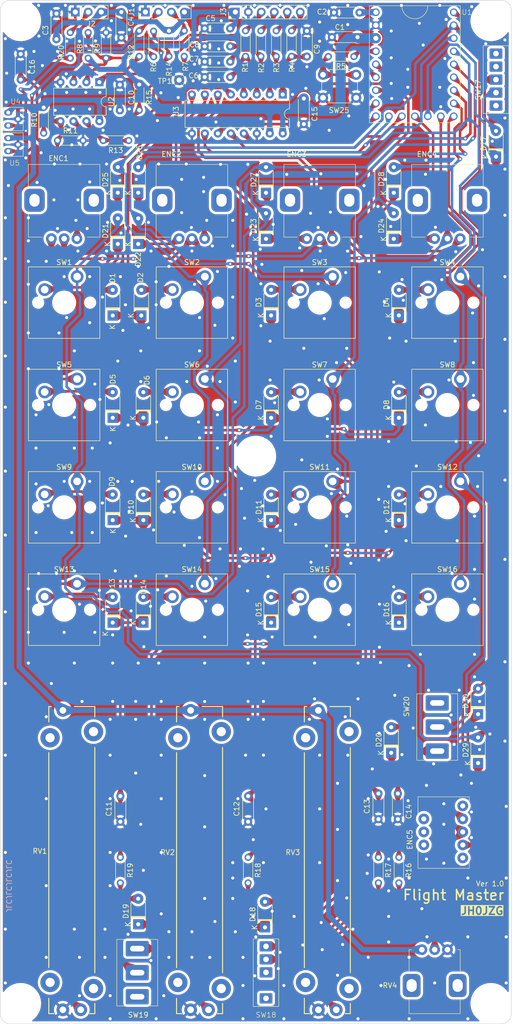
<source format=kicad_pcb>
(kicad_pcb (version 20221018) (generator pcbnew)
  (layers (0 "F.Cu" signal) (31 "B.Cu" signal) (36 "B.SilkS" user "B.Silkscreen") (37 "F.SilkS" user "F.Silkscreen") (38 "B.Mask" user) (39 "F.Mask" user) (44 "Edge.Cuts" user))
  (net 0 "")
  (net 1 "+3V3")
  (net 3 "GND")
  (net 4 "Net-(R19-Pad2)")
  (net 5 "Net-(R18-Pad2)")
  (net 6 "+5V")
  (net 7 "/COL0")
  (net 9 "/COL1")
  (net 10 "Net-(R17-Pad2)")
  (net 12 "/COL2")
  (net 14 "/COL3")
  (net 15 "/ADC_FLAP")
  (net 16 "Net-(D29-K)")
  (net 17 "Net-(D30-K)")
  (net 18 "/ELEVATOR_ZERO")
  (net 19 "/ELEVATOR_1")
  (net 20 "/ELEVATOR_0")
  (net 21 "/ADC_TILLER")
  (net 22 "/ROW3")
  (net 23 "/ROW2")
  (net 24 "/ROW1")
  (net 25 "/ROW0")
  (net 26 "/COL7")
  (net 27 "/COL6")
  (net 28 "/COL5")
  (net 29 "/COL4")
  (net 30 "Net-(D17-A)")
  (net 31 "Net-(D19-A)")
  (net 32 "Net-(D20-A)")
  (net 33 "/SPI_MOSI")
  (net 34 "/SPI_CLK")
  (net 35 "/SPI_CS")
  (net 36 "/SPI_MISO")
  (net 37 "Net-(D21-K)")
  (net 38 "Net-(D25-K)")
  (net 39 "Net-(D22-K)")
  (net 40 "Net-(D26-K)")
  (net 41 "Net-(D18-A)")
  (net 42 "Net-(D13-A)")
  (net 43 "Net-(D14-A)")
  (net 44 "Net-(D15-A)")
  (net 45 "Net-(D16-A)")
  (net 46 "Net-(D23-K)")
  (net 47 "Net-(D27-K)")
  (net 48 "Net-(D24-K)")
  (net 49 "Net-(D28-K)")
  (net 50 "Net-(R16-Pad2)")
  (net 51 "Net-(J3-Pin_6)")
  (net 52 "/ADC_RUDDER_L")
  (net 53 "Net-(J3-Pin_5)")
  (net 54 "/ADC_RUDDER_R")
  (net 55 "Net-(J3-Pin_4)")
  (net 56 "/ADC_BRAKE_L")
  (net 57 "Net-(J3-Pin_3)")
  (net 58 "/ADC_BRAKE_R")
  (net 59 "Net-(U2B-+)")
  (net 60 "/ADC_THROTTLE")
  (net 61 "/ADC_AIR_BRAKE")
  (net 62 "Net-(U2A-+)")
  (net 63 "Net-(J1-Pin_3)")
  (net 64 "Net-(U2B--)")
  (net 65 "Net-(J1-Pin_2)")
  (net 66 "Net-(U2A--)")
  (net 67 "Net-(R5-Pad2)")
  (net 68 "/ADC_AILRON")
  (net 69 "Net-(D10-A)")
  (net 70 "Net-(D1-A)")
  (net 71 "Net-(D2-A)")
  (net 72 "Net-(D3-A)")
  (net 73 "Net-(D4-A)")
  (net 74 "Net-(D5-A)")
  (net 75 "Net-(D6-A)")
  (net 76 "Net-(D7-A)")
  (net 77 "Net-(D8-A)")
  (net 78 "Net-(D9-A)")
  (net 79 "Net-(D11-A)")
  (net 80 "Net-(D12-A)")
  (net 81 "Net-(J2-Pin_2)")
  (footprint "etc:Hole_IC" (layer "F.Cu") (at 38.565 -186.565593)
    (fp_text reference "U5")
    (fp_text value "REF***")
  )
  (footprint "etc:C_Disc_D4.3mm_W1.9mm_P5.00mm_Hole0.8mm" (layer "F.Cu") (at 82 -201.495593 180)
    (fp_text reference "C7")
    (fp_text value "C")
  )
  (footprint "etc:MountingHole_3.2mm_M3_exclusion_beta" (layer "F.Cu") (at 87 -124.42)
    (fp_text reference "-----" hide)
    (fp_text value "MountingHole_3.2mm_M3" hide)
  )
  (footprint "etc:R_Axial_DIN0204_L3.6mm_D1.6mm_P5.0mm_Hole0.8mm_Horizontal" (layer "F.Cu") (at 94 -207.535593 -90)
    (fp_text reference "R4")
    (fp_text value "R")
  )
  (footprint "etc:SW_Cherry_MX_1.00u_PCB" (layer "F.Cu") (at 127.04 -139.5)
    (fp_text reference "SW8")
    (fp_text value "Cherry MX")
  )
  (footprint "etc:SW_Cherry_MX_1.00u_PCB" (layer "F.Cu") (at 52.04 -159.5)
    (fp_text reference "SW1")
    (fp_text value "Cherry MX")
  )
  (footprint "etc:C_Disc_D4.3mm_W1.9mm_P5.00mm_Hole0.8mm" (layer "F.Cu") (at 48 -205.895593 90)
    (fp_text reference "C3")
    (fp_text value "C")
  )
  (footprint "etc:R_Axial_DIN0204_L3.6mm_D1.6mm_P5.0mm_Hole0.8mm_Horizontal" (layer "F.Cu") (at 57.7 -202.195593 90)
    (fp_text reference "R9")
    (fp_text value "R")
  )
  (footprint "etc:Slid_Volume_SL4515N" (layer "F.Cu") (at 101 -45.5)
    (fp_text reference "RV3")
    (fp_text value "R_Potentiometer_Trim_US")
  )
  (footprint "etc:D_T-1_P5.0mm_Horizontal_Hole0.8" (layer "F.Cu") (at 134 -182.955593 90)
    (fp_text reference "D17")
    (fp_text value "D")
  )
  (footprint "Button_Switch_THT:SW_PUSH_6mm" (layer "F.Cu") (at 106.65 -194.445593 180)
    (fp_text reference "SW25")
    (fp_text value "SW_Push")
  )
  (footprint "etc:Slid_Volume_SL4515N" (layer "F.Cu") (at 51 -45.5)
    (fp_text reference "RV1")
    (fp_text value "R_Potentiometer_Trim_US")
  )
  (footprint "etc:MountingHole_3.2mm_M3_exclusion_beta" (layer "F.Cu") (at 41 -17.5)
    (fp_text reference "-" hide)
    (fp_text value "MountingHole_3.2mm_M3" hide)
  )
  (footprint "etc:D_T-1_P5.0mm_Horizontal_Hole0.8" (layer "F.Cu") (at 65 -91.9 90)
    (fp_text reference "D14")
    (fp_text value "D")
  )
  (footprint "etc:D_T-1_P5.0mm_Horizontal_Hole0.8" (layer "F.Cu") (at 130.5 -64.46 90)
    (fp_text reference "D29")
    (fp_text value "D")
  )
  (footprint "etc:D_T-1_P5.0mm_Horizontal_Hole0.8" (layer "F.Cu") (at 90 -151.92 90)
    (fp_text reference "D3")
    (fp_text value "D")
  )
  (footprint "etc:D_T-1_P5.0mm_Horizontal_Hole0.8" (layer "F.Cu") (at 59 -91.9 90)
    (fp_text reference "D13")
    (fp_text value "D")
  )
  (footprint "etc:EC12PL Rotary Encoder EC12E24" (layer "F.Cu") (at 124.5 -174.42)
    (fp_text reference "ENC4")
    (fp_text value "~")
  )
  (footprint "etc:R_Axial_DIN0204_L3.6mm_D1.6mm_P5.0mm_Hole0.8mm_Horizontal" (layer "F.Cu") (at 67 -202.455593 90)
    (fp_text reference "R12")
    (fp_text value "R")
  )
  (footprint "etc:R_Axial_DIN0204_L3.6mm_D1.6mm_P5.0mm_Hole0.8mm_Horizontal" (layer "F.Cu") (at 48.2 -186.095593)
    (fp_text reference "R11")
    (fp_text value "R")
  )
  (footprint "etc:D_T-1_P5.0mm_Horizontal_Hole0.8" (layer "F.Cu") (at 115 -91.9 90)
    (fp_text reference "D16")
    (fp_text value "D")
  )
  (footprint "etc:SW_Cherry_MX_1.00u_PCB" (layer "F.Cu") (at 102.04 -99.5)
    (fp_text reference "SW15")
    (fp_text value "Cherry MX")
  )
  (footprint "Connector_PinHeader_2.54mm:PinHeader_1x04_P2.54mm_Vertical" (layer "F.Cu") (at 65.4 -211.195593 90)
    (fp_text reference "J1")
    (fp_text value "Conn_01x04")
  )
  (footprint "etc:SW_Cherry_MX_1.00u_PCB" (layer "F.Cu") (at 52.04 -99.5)
    (fp_text reference "SW13")
    (fp_text value "Cherry MX")
  )
  (footprint "etc:SW_Cherry_MX_1.00u_PCB" (layer "F.Cu") (at 102.04 -119.5)
    (fp_text reference "SW11")
    (fp_text value "Cherry MX")
  )
  (footprint "etc:D_T-1_P5.0mm_Horizontal_Hole0.8" (layer "F.Cu") (at 88.8 -32.36 90)
    (fp_text reference "D18")
    (fp_text value "D")
  )
  (footprint "Connector_PinHeader_2.54mm:PinHeader_1x03_P2.54mm_Vertical" (layer "F.Cu") (at 51.675 -211.195593 90)
    (fp_text reference "J2")
    (fp_text value "Conn_01x03")
  )
  (footprint "etc:SW_Cherry_MX_1.00u_PCB" (layer "F.Cu") (at 127.04 -159.5)
    (fp_text reference "SW4")
    (fp_text value "Cherry MX")
  )
  (footprint "etc:SW_Cherry_MX_1.00u_PCB" (layer "F.Cu") (at 127.04 -99.5)
    (fp_text reference "SW16")
    (fp_text value "Cherry MX")
  )
  (footprint "etc:D_T-1_P5.0mm_Horizontal_Hole0.8" (layer "F.Cu") (at 90 -91.9 90)
    (fp_text reference "D15")
    (fp_text value "D")
  )
  (footprint "Package_DIP:DIP-16_W7.62mm" (layer "F.Cu") (at 92.275 -195.095593 -90)
    (fp_text reference "U3")
    (fp_text value "MCP3008")
  )
  (footprint "etc:SW_Cherry_MX_1.00u_PCB" (layer "F.Cu") (at 52.04 -119.5)
    (fp_text reference "SW9")
    (fp_text value "Cherry MX")
  )
  (footprint "etc:D_T-1_P5.0mm_Horizontal_Hole0.8" (layer "F.Cu") (at 59 -111.92 90)
    (fp_text reference "D9")
    (fp_text value "D")
  )
  (footprint "etc:MountingHole_3.2mm_M3_exclusion_beta" (layer "F.Cu") (at 133 -17.5)
    (fp_text reference "---" hide)
    (fp_text value "MountingHole_3.2mm_M3" hide)
  )
  (footprint "etc:R_Axial_DIN0204_L3.6mm_D1.6mm_P5.0mm_Hole0.8mm_Horizontal" (layer "F.Cu") (at 70 -207.535593 -90)
    (fp_text reference "R14")
    (fp_text value "R")
  )
  (footprint "etc:MountingHole_3.2mm_M3_exclusion_beta" (layer "F.Cu") (at 41 -209.495593)
    (fp_text reference "--" hide)
    (fp_text value "MountingHole_3.2mm_M3" hide)
  )
  (footprint "etc:SW_Cherry_MX_1.00u_PCB" (layer "F.Cu") (at 77.04 -159.5)
    (fp_text reference "SW2")
    (fp_text value "Cherry MX")
  )
  (footprint "etc:SW_Cherry_MX_1.00u_PCB" (layer "F.Cu") (at 77.04 -99.5)
    (fp_text reference "SW14")
    (fp_text value "Cherry MX")
  )
  (footprint "etc:C_Disc_D4.3mm_W1.9mm_P5.00mm_Hole0.8mm" (layer "F.Cu") (at 111 -58.5 -90)
    (fp_text reference "C13")
    (fp_text value "C")
  )
  (footprint "etc:R_Axial_DIN0204_L3.6mm_D1.6mm_P5.0mm_Hole0.8mm_Horizontal" (layer "F.Cu") (at 91 -207.535593 -90)
    (fp_text reference "R3")
    (fp_text value "R")
  )
  (footprint "etc:C_Disc_D4.3mm_W1.9mm_P5.00mm_Hole0.8mm" (layer "F.Cu") (at 107.3 -211.095593 180)
    (fp_text reference "C2")
    (fp_text value "C")
  )
  (footprint "etc:Switch Toggle SPDT 3P-P2.54 with Fixpin" (layer "F.Cu") (at 89 -26.1035 -90)
    (fp_text reference "SW18")
    (fp_text value "SW_SPDT")
  )
  (footprint "etc:R_Axial_DIN0204_L3.6mm_D1.6mm_P5.0mm_Hole0.8mm_Horizontal" (layer "F.Cu") (at 54.2 -202.195593 90)
    (fp_text reference "R8")
    (fp_text value "R")
  )
  (footprint "etc:R_Axial_DIN0204_L3.6mm_D1.6mm_P5.0mm_Hole0.8mm_Horizontal" (layer "F.Cu") (at 85.5 -46.04 -90)
    (fp_text reference "R18")
    (fp_text value "R")
  )
  (footprint "etc:R_Axial_DIN0204_L3.6mm_D1.6mm_P5.0mm_Hole0.8mm_Horizontal" (layer "F.Cu") (at 50.7 -202.195593 90)
    (fp_text reference "R20")
    (fp_text value "R")
  )
  (footprint "etc:C_Disc_D4.3mm_W1.9mm_P5.00mm_Hole0.8mm" (layer "F.Cu") (at 60.4 -191.995593 90)
    (fp_text reference "C10")
    (fp_text value "C")
  )
  (footprint "etc:C_Disc_D4.3mm_W1.9mm_P5.00mm_Hole0.8mm" (layer "F.Cu") (at 114.8 -58.5 -90)
    (fp_text reference "C14")
    (fp_text value "C")
  )
  (footprint "etc:D_T-1_P5.0mm_Horizontal_Hole0.8" (layer "F.Cu") (at 130.5 -74 90)
    (fp_text reference "D30")
    (fp_text value "D")
  )
  (footprint "etc:D_T-1_P5.0mm_Horizontal_Hole0.8" (layer "F.Cu") (at 59 -151.9 90)
    (fp_text reference "D1")
    (fp_text value "D")
  )
  (footprint "etc:R_Axial_DIN0204_L3.6mm_D1.6mm_P5.0mm_Hole0.8mm_Horizontal" (layer "F.Cu") (at 111 -46.04 -90)
    (fp_text reference "R17")
    (fp_text value "R")
  )
  (footprint "etc:R_Axial_DIN0204_L3.6mm_D1.6mm_P5.0mm_Hole0.8mm_Horizontal" (layer "F.Cu") (at 106.2 -202.5 180)
    (fp_text reference "R5")
    (fp_text value "R")
  )
  (footprint "etc:D_T-1_P5.0mm_Horizontal_Hole0.8" (layer "F.Cu") (at 115 -131.92 90)
    (fp_text reference "D8")
    (fp_text value "D")
  )
  (footprint "etc:R_Axial_DIN0204_L3.6mm_D1.6mm_P5.0mm_Hole0.8mm_Horizontal" (layer "F.Cu") (at 88 -207.535593 -90)
    (fp_text reference "R2")
    (fp_text value "R")
  )
  (footprint "etc:C_Disc_D4.3mm_W1.9mm_P5.00mm_Hole0.8mm" (layer "F.Cu") (at 106.9 -206.295593 180)
    (fp_text reference "C1")
    (fp_text value "C")
  )
  (footprint "etc:SW_Cherry_MX_1.00u_PCB" (layer "F.Cu") (at 102.04 -159.5)
    (fp_text reference "SW3")
    (fp_text value "Cherry MX")
  )
  (footprint "etc:ALPS Rotary Potentiometer RK09K11300DR" (layer "F.Cu") (at 122 -21 180)
    (fp_text reference "RV4")
    (fp_text value "R_Potentiometer_Trim_US")
  )
  (footprint "etc:Rotary Encoder Original Vertical" (layer "F.Cu") (at 127.5 -51 90)
    (fp_text reference "ENC5")
    (fp_text value "~")
  )
  (footprint "etc:C_Disc_D4.3mm_W1.9mm_P5.00mm_Hole0.8mm" (layer "F.Cu") (at 60.7 -211.195593 -90)
    (fp_text reference "C4")
    (fp_text value "C")
  )
  (footprint "etc:SW_Cherry_MX_1.00u_PCB" (layer "F.Cu") (at 52.04 -139.5)
    (fp_text reference "SW5")
    (fp_text value "Cherry MX")
  )
  (footprint "etc:R_Axial_DIN0204_L3.6mm_D1.6mm_P5.0mm_Hole0.8mm_Horizontal" (layer "F.Cu") (at 64.2 -197.035593 -90)
    (fp_text reference "R15")
    (fp_text value "R")
  )
  (footprint "etc:C_Disc_D4.3mm_W1.9mm_P5.00mm_Hole0.8mm" (layer "F.Cu") (at 82 -204.495593 180)
    (fp_text reference "C8")
    (fp_text value "C")
  )
  (footprint "etc:C_Disc_D4.3mm_W1.9mm_P5.00mm_Hole0.8mm" (layer "F.Cu") (at 41 -197.995593 90)
    (fp_text reference "C16")
    (fp_text value "C")
  )
  (footprint "etc:D_T-1_P5.0mm_Horizontal_Hole0.8" (layer "F.Cu") (at 89 -166.88 90)
    (fp_text reference "D23")
    (fp_text value "D")
  )
  (footprint "etc:Slid_Volume_SL4515N" (layer "F.Cu") (at 76 -45.5)
    (fp_text reference locked "RV2")
    (fp_text value "R_Potentiometer_Trim_US")
  )
  (footprint "etc:Switch Toggle SPDT 3P-P2.54 Vertical with Fixpin" (layer "F.Cu") (at 134 -197.995593 90)
    (fp_text reference "SW17")
    (fp_text value "SW_SPDT")
  )
  (footprint "etc:SW_Cherry_MX_1.00u_PCB" (layer "F.Cu") (at 77.04 -139.5)
    (fp_text reference "SW6")
    (fp_text value "Cherry MX")
  )
  (footprint "etc:D_T-1_P5.0mm_Horizontal_Hole0.8" (layer "F.Cu") (at 64 -165.88 90)
    (fp_text reference "D22")
    (fp_text value "D")
  )
  (footprint "etc:D_T-1_P5.0mm_Horizontal_Hole0.8" (layer "F.Cu") (at 64 -175.9 90)
    (fp_text reference "D26")
    (fp_text value "D")
  )
  (footprint "etc:D_T-1_P5.0mm_Horizontal_Hole0.8" (layer "F.Cu") (at 90 -111.92 90)
    (fp_text reference "D11")
    (fp_text value "D")
  )
  (footprint "etc:C_Disc_D4.3mm_W1.9mm_P5.00mm_Hole0.8mm" (layer "F.Cu") (at 82 -207.995593 180)
    (fp_text reference "C5")
    (fp_text value "C")
  )
  (footprint "Connector_PinHeader_2.54mm:PinHeader_1x06_P2.54mm_Vertical" (layer "F.Cu") (at 83 -211.195593 90)
    (fp_text reference "J3")
    (fp_text value "Conn_01x06")
  )
  (footprint "etc:C_Disc_D4.3mm_W1.9mm_P5.00mm_Hole0.8mm" (layer "F.Cu") (at 82 -198.495593 180)
    (fp_text reference "C6")
    (fp_text value "C")
  )
  (footprint "etc:D_T-1_P5.0mm_Horizontal_Hole0.8" (layer "F.Cu") (at 89 -175.88 90)
    (fp_text reference "D27")
    (fp_text value "D")
  )
  (footprint "etc:EC12PL Rotary Encoder EC12E24" (layer "F.Cu") (at 99.5 -174.42)
    (fp_text reference "ENC3")
    (fp_text value "~")
  )
  (footprint "etc:Hole_IC" (layer "F.Cu") (at 38.565 -191.565593)
    (fp_text reference "U4")
    (fp_text value "REF***")
  )
  (footprint "TestPoint:TestPoint_THTPad_D2.0mm_Drill1.0mm" (layer "F.Cu") (at 72 -197.895593)
    (fp_text reference "TP1")
    (fp_text value "TestPoint")
  )
  (footprint "etc:D_T-1_P5.0mm_Horizontal_Hole0.8" (layer "F.Cu") (at 65 -111.92 90)
    (fp_text reference "D10")
    (fp_text value "D")
  )
  (footprint "etc:D_T-1_P5.0mm_Horizontal_Hole0.8" (layer "F.Cu") (at 114 -166.88 90)
    (fp_text reference "D24")
    (fp_text value "D")
  )
  (footprint "etc:RP2040-ZERO" (layer "F.Cu") (at 110.5 -211.155593)
    (fp_text reference "U1")
    (fp_text value "RP2040-ZERO")
  )
  (footprint "etc:MountingHole_3.2mm_M3_exclusion_beta" (layer "F.Cu") (at 133 -209.495593)
    (fp_text reference "----" hide)
    (fp_text value "MountingHole_3.2mm_M3" hide)
  )
  (footprint "etc:R_Axial_DIN0204_L3.6mm_D1.6mm_P5.0mm_Hole0.8mm_Horizontal" (layer "F.Cu") (at 45.5 -192.535593 -90)
    (fp_text reference "R10")
    (fp_text value "R")
  )
  (footprint "etc:R_Axial_DIN0204_L3.6mm_D1.6mm_P5.0mm_Hole0.8mm_Horizontal" (layer "F.Cu") (at 115 -46.04 -90)
    (fp_text reference "R16")
    (fp_text value "R")
  )
  (footprint "Package_DIP:DIP-8_W7.62mm" (layer "F.Cu") (at 56.4 -197.495593 -90)
    (fp_text reference "U2")
    (fp_text value "LM393")
  )
  (footprint "etc:R_Axial_DIN0204_L3.6mm_D1.6mm_P5.0mm_Hole0.8mm_Horizontal" (layer "F.Cu") (at 73 -207.535593 -90)
    (fp_text reference "R7")
    (fp_text value "R")
  )
  (footprint "etc:C_Disc_D4.3mm_W1.9mm_P5.00mm_Hole0.8mm" (layer "F.Cu") (at 96.4 -194.3 -90)
    (fp_text reference "C15")
    (fp_text value "C")
  )
  (footprint "etc:SW_Cherry_MX_1.00u_PCB" (layer "F.Cu") (at 102.04 -139.5)
    (fp_text reference "SW7")
    (fp_text value "Cherry MX")
  )
  (footprint "etc:D_T-1_P5.0mm_Horizontal_Hole0.8" (layer "F.Cu") (at 64 -32.96 90)
    (fp_text reference "D19")
    (fp_text value "D")
  )
  (footprint "etc:Switch Toggle SPDT 3P-P4.7" (layer "F.Cu") (at 63.8 -23.5 -90)
    (fp_text reference "SW19")
    (fp_text value "SW_SPDT_NONLOCK")
  )
  (footprint "etc:EC12PL Rotary Encoder EC12E24" (layer "F.Cu") (at 49.5 -174.42)
    (fp_text reference "ENC1")
    (fp_text value "~")
  )
  (footprint "etc:D_T-1_P5.0mm_Horizontal_Hole0.8" (layer "F.Cu") (at 65 -131.92 90)
    (fp_text reference "D6")
    (fp_text value "D")
  )
  (footprint "etc:R_Axial_DIN0204_L3.6mm_D1.6mm_P5.0mm_Hole0.8mm_Horizontal" (layer "F.Cu") (at 64.2 -207.535593 -90)
    (fp_text reference "R6")
    (fp_text value "R")
  )
  (footprint "etc:D_T-1_P5.0mm_Horizontal_Hole0.8" (layer "F.Cu") (at 114 -175.88 90)
    (fp_text reference "D28")
    (fp_text value "D")
  )
  (footprint "etc:C_Disc_D4.3mm_W1.9mm_P5.00mm_Hole0.8mm" (layer "F.Cu") (at 97 -202.495593 90)
    (fp_text reference "C9")
    (fp_text value "C")
  )
  (footprint "etc:D_T-1_P5.0mm_Horizontal_Hole0.8" (layer "F.Cu") (at 113.5 -66.46 90)
    (fp_text reference "D20")
    (fp_text value "D")
  )
  (footprint "etc:R_Axial_DIN0204_L3.6mm_D1.6mm_P5.0mm_Hole0.8mm_Horizontal" (layer "F.Cu") (at 62.14 -186.095593 180)
    (fp_text reference "R13")
    (fp_text value "R")
  )
  (footprint "etc:D_T-1_P5.0mm_Horizontal_Hole0.8" (layer "F.Cu") (at 115 -111.92 90)
    (fp_text reference "D12")
    (fp_text value "D")
  )
  (footprint "etc:D_T-1_P5.0mm_Horizontal_Hole0.8" (layer "F.Cu") (at 115 -151.92 90)
    (fp_text reference "D4")
    (fp_text value "D")
  )
  (footprint "etc:D_T-1_P5.0mm_Horizontal_Hole0.8" (layer "F.Cu") (at 60 -165.88 90)
    (fp_text reference "D21")
    (fp_text value "D")
  )
  (footprint "etc:D_T-1_P5.0mm_Horizontal_Hole0.8" (layer "F.Cu") (at 59 -131.92 90)
    (fp_text reference "D5")
    (fp_text value "D")
  )
  (footprint "etc:D_T-1_P5.0mm_Horizontal_Hole0.8" (layer "F.Cu") (at 60 -175.9 90)
    (fp_text reference "D25")
    (fp_text value "D")
  )
  (footprint "etc:SW_Cherry_MX_1.00u_PCB" (layer "F.Cu") (at 77.04 -119.5)
    (fp_text reference "SW10")
    (fp_text value "Cherry MX")
  )
  (footprint "etc:D_T-1_P5.0mm_Horizontal_Hole0.8" (layer "F.Cu") (at 90 -131.92 90)
    (fp_text reference "D7")
    (fp_text value "D")
  )
  (footprint "etc:C_Disc_D4.3mm_W1.9mm_P5.00mm_Hole0.8mm" (layer "F.Cu") (at 60.5 -58 -90)
    (fp_text reference "C11")
    (fp_text value "C")
  )
  (footprint "etc:R_Axial_DIN0204_L3.6mm_D1.6mm_P5.0mm_Hole0.8mm_Horizontal" (layer "F.Cu") (at 85 -207.535593 -90)
    (fp_text reference "R1")
    (fp_text value "R")
  )
  (footprint "etc:EC12PL Rotary Encoder EC12E24" (layer "F.Cu") (at 74.5 -174.42)
    (fp_text reference "ENC2")
    (fp_text value "~")
  )
  (footprint "etc:Switch Toggle SPDT 3P-P4.7" (layer "F.Cu") (at 122.5 -71.5 90)
    (fp_text reference "SW20")
    (fp_text value "SW_SPDT_NONLOCK")
  )
  (footprint "etc:D_T-1_P5.0mm_Horizontal_Hole0.8" (layer "F.Cu") (at 64.6 -151.9 90)
    (fp_text reference "D2")
    (fp_text value "D")
  )
  (footprint "etc:SW_Cherry_MX_1.00u_PCB" (layer "F.Cu") (at 127.04 -119.5)
    (fp_text reference "SW12")
    (fp_text value "Cherry MX")
  )
  (footprint "etc:R_Axial_DIN0204_L3.6mm_D1.6mm_P5.0mm_Hole0.8mm_Horizontal" (layer "F.Cu") (at 60.5 -46.04 -90)
    (fp_text reference "R19")
    (fp_text value "R")
  )
  (footprint "etc:C_Disc_D4.3mm_W1.9mm_P5.00mm_Hole0.8mm" (layer "F.Cu") (at 85.5 -58 -90)
    (fp_text reference "C12")
    (fp_text value "C")
  )
  (gr_line (start 39 -213.5) (end 135 -213.5) (stroke (width 0.1)) (layer "Edge.Cuts"))
  (gr_arc (start 37 -211.5) (mid 37.585786 -212.914214) (end 39 -213.5) (stroke (width 0.1)) (layer "Edge.Cuts"))
  (gr_line (start 37 -15.5) (end 37 -211.5) (stroke (width 0.1)) (layer "Edge.Cuts"))
  (gr_line (start 137 -211.5) (end 137 -15.5) (stroke (width 0.1)) (layer "Edge.Cuts"))
  (gr_line (start 135 -13.5) (end 39 -13.5) (stroke (width 0.1)) (layer "Edge.Cuts"))
  (gr_arc (start 137 -15.5) (mid 136.414214 -14.085786) (end 135 -13.5) (stroke (width 0.1)) (layer "Edge.Cuts"))
  (gr_arc (start 135 -213.5) (mid 136.414214 -212.914214) (end 137 -211.5) (stroke (width 0.1)) (layer "Edge.Cuts"))
  (gr_arc (start 39 -13.5) (mid 37.585786 -14.085786) (end 37 -15.5) (stroke (width 0.1)) (layer "Edge.Cuts"))
  (gr_text "JLCJLCJLCJLC" (at 38.1 -35.2 -90) (layer "B.SilkS") (effects (font (size 1 1)) (justify left bottom mirror)))
  (gr_text "Ver 1.0" (at 130 -40.3) (layer "F.SilkS") (effects (font (size 1 1)) (justify left bottom)))
  (gr_text "Flight Master" (at 115.6 -37.5) (layer "F.SilkS") (effects (font (size 2 2) (thickness 0.3)) (justify left bottom)))
  (gr_text "JH0JZG" (at 127 -34.7) (layer "F.SilkS" knockout) (effects (font (size 1.5 1.5) (thickness 0.3)) (justify left bottom)))
  (segment (start 44.535593 -192.535593) (end 43.6 -191.6) (width 1) (layer "B.Cu") (net 1))
  (segment (start 92.275 -187.475593) (end 92.275 -190.895593) (width 1) (layer "B.Cu") (net 1))
  (segment (start 42.5 -192.7) (end 42.5 -192.75) (width 1) (layer "B.Cu") (net 1))
  (segment (start 75.7 -211.195593) (end 83.35 -211.195593) (width 1) (layer "B.Cu") (net 1))
  (segment (start 95.900001 -193.799999) (end 96.400002 -194.3) (width 2) (layer "B.Cu") (net 1))
  (segment (start 56.4 -199.995593) (end 54.2 -202.195593) (width 1) (layer "B.Cu") (net 1))
  (segment (start 63.602203 -194.897797) (end 64.802204 -194.897797) (width 1) (layer "B.Cu") (net 1))
  (segment (start 61.1 -193.995593) (end 62.7 -193.995593) (width 1) (layer "B.Cu") (net 1))
  (segment (start 96.100001 -193.799999) (end 95.900001 -193.799999) (width 2) (layer "B.Cu") (net 1))
  (segment (start 101.25 -34.661666) (end 107.911666 -28) (width 1) (layer "B.Cu") (net 1))
  (segment (start 89.735 -192.160593) (end 89.6 -192.295593) (width 1) (layer "B.Cu") (net 1))
  (segment (start 38.595 -186.595593) (end 42.9 -186.595593) (width 1) (layer "B.Cu") (net 1))
  (segment (start 73.02 -209.915593) (end 73.5 -210.395593) (width 1) (layer "B.Cu") (net 1))
  (segment (start 63.7 -204.595593) (end 61.24 -202.135593) (width 1) (layer "B.Cu") (net 1))
  (segment (start 65.57 -195.665593) (end 65.57 -194.79214) (width 1) (layer "B.Cu") (net 1))
  (segment (start 49.25 -74.75) (end 74.25 -74.75) (width 1) (layer "B.Cu") (net 1))
  (segment (start 64.802204 -194.897797) (end 65.57 -195.665593) (width 1) (layer "B.Cu") (net 1))
  (segment (start 62.7 -193.995593) (end 64.2 -195.495593) (width 1) (layer "B.Cu") (net 1))
  (segment (start 91.5 -192.295593) (end 93.4 -192.295593) (width 2) (layer "B.Cu") (net 1))
  (segment (start 103.6 -193.075126) (end 102.424874 -191.9) (width 2) (layer "B.Cu") (net 1))
  (segment (start 73.02 -211.195593) (end 74.9 -211.195593) (width 1) (layer "B.Cu") (net 1))
  (segment (start 42.9 -186.595593) (end 43.5 -187.195593) (width 1) (layer "B.Cu") (net 1))
  (segment (start 101.25 -72.75) (end 101.25 -34.661666) (width 1) (layer "B.Cu") (net 1))
  (segment (start 56.4 -193.995593) (end 57.3 -193.995593) (width 1) (layer "B.Cu") (net 1))
  (segment (start 43.5 -187.795593) (end 43.5 -192.25) (width 1) (layer "B.Cu") (net 1))
  (segment (start 56.4 -193.295593) (end 57.1 -193.995593) (width 1) (layer "B.Cu") (net 1))
  (segment (start 56.4 -193.295593) (end 55.7 -193.995593) (width 1) (layer "B.Cu") (net 1))
  (segment (start 60.2 -199.995593) (end 56.4 -199.995593) (width 1) (layer "B.Cu") (net 1))
  (segment (start 70 -207.535593) (end 69.26 -207.535593) (width 1) (layer "B.Cu") (net 1))
  (segment (start 61.24 -199.995593) (end 60.2 -199.995593) (width 1) (layer "B.Cu") (net 1))
  (segment (start 74.9 -210.395593) (end 74.9 -206.195593) (width 1) (layer "B.Cu") (net 1))
  (segment (start 60.4 -193.295593) (end 59.7 -193.995593) (width 1) (layer "B.Cu") (net 1))
  (segment (start 97.604407 -192.295593) (end 96.100001 -193.799999) (width 2) (layer "B.Cu") (net 1))
  (segment (start 42.9 -186.595593) (end 43.5 -185.995593) (width 1) (layer "B.Cu") (net 1))
  (segment (start 40.7 -83.3) (end 49.25 -74.75) (width 1) (layer "B.Cu") (net 1))
  (segment (start 66.36214 -194) (end 66.43107 -193.93107) (width 1) (layer "B.Cu") (net 1))
  (segment (start 62.704407 -194) (end 66.36214 -194) (width 1) (layer "B.Cu") (net 1))
  (segment (start 45.5 -192.535593) (end 44.535593 -192.535593) (width 1) (layer "B.Cu") (net 1))
  (segment (start 70.64 -207.535593) (end 73.02 -209.915593) (width 1) (layer "B.Cu") (net 1))
  (segment (start 62.6 -209.295593) (end 60.7 -211.195593) (width 1) (layer "B.Cu") (net 1))
  (segment (start 57.3 -193.995593) (end 59.7 -193.995593) (width 1) (layer "B.Cu") (net 1))
  (segment (start 91.5 -192.295593) (end 91.5 -191.945593) (width 1) (layer "B.Cu") (net 1))
  (segment (start 89.735 -191.060593) (end 88.5 -192.295593) (width 1) (layer "B.Cu") (net 1))
  (segment (start 67.5 -209.295593) (end 62.6 -209.295593) (width 1) (layer "B.Cu") (net 1))
  (segment (start 96.4 -194.299998) (end 96.4 -194.3) (width 2) (layer "B.Cu") (net 1))
  (segment (start 74.9 -211.195593) (end 75.7 -211.195593) (width 1) (layer "B.Cu") (net 1))
  (segment (start 64.2 -197.035593) (end 61.24 -199.995593) (width 1) (layer "B.Cu") (net 1))
  (segment (start 57.1 -193.995593) (end 57.3 -193.995593) (width 1) (layer "B.Cu") (net 1))
  (segment (start 46.96 -193.995593) (end 47.7 -193.995593) (width 1) (layer "B.Cu") (net 1))
  (segment (start 55.7 -193.995593) (end 55.6 -193.995593) (width 1) (layer "B.Cu") (net 1))
  (segment (start 83 -210.845593) (end 83 -208.995593) (width 1) (layer "B.Cu") (net 1))
  (segment (start 94.395595 -192.295593) (end 95.900001 -193.799999) (width 2) (layer "B.Cu") (net 1))
  (segment (start 44.6 -192.75) (end 42.5 -192.75) (width 1) (layer "B.Cu") (net 1))
  (segment (start 43.5 -179.7) (end 40.7 -176.9) (width 1) (layer "B.Cu") (net 1))
  (segment (start 92.275 -191.170593) (end 93.4 -192.295593) (width 1) (layer "B.Cu") (net 1))
  (segment (start 73.5 -210.395593) (end 74.9 -210.395593) (width 1) (layer "B.Cu") (net 1))
  (segment (start 89.735 -190.895593) (end 89.735 -191.060593) (width 1) (layer "B.Cu") (net 1))
  (segment (start 90.97 -192.295593) (end 91.5 -192.295593) (width 1) (layer "B.Cu") (net 1))
  (segment (start 65.57 -194.79214) (end 66.43107 -193.93107) (width 2) (layer "B.Cu") (net 1))
  (segment (start 55.6 -193.995593) (end 47.7 -193.995593) (width 1) (layer "B.Cu") (net 1))
  (segment (start 64.2 -197.035593) (end 65.57 -195.665593) (width 2) (layer "B.Cu") (net 1))
  (segment (start 74.25 -74.75) (end 99.25 -74.75) (width 1) (layer "B.Cu") (net 1))
  (segment (start 73.02 -209.915593) (end 73.02 -211.195593) (width 1) (layer "B.Cu") (net 1))
  (segment (start 56.4 -193.295593) (end 56.4 -193.995593) (width 1) (layer "B.Cu") (net 1))
  (segment (start 47.7 -193.995593) (end 45.845593 -193.995593) (width 1) (layer "B.Cu") (net 1))
  (segment (start 61.24 -201.035593) (end 60.2 -199.995593) (width 1) (layer "B.Cu") (net 1))
  (segment (start 60.4 -191.995593) (end 60.4 -193.295593) (width 1) (layer "B.Cu") (net 1))
  (segment (start 93.4 -192.295593) (end 94.395595 -192.295593) (width 2) (layer "B.Cu") (net 1))
  (segment (start 97.604407 -192.295593) (end 94.395595 -192.295593) (width 2) (layer "B.Cu") (net 1))
  (segment (start 59.7 -193.995593) (end 61.1 -193.995593) (width 1) (layer "B.Cu") (net 1))
  (segment (start 45.5 -192.535593) (end 46.96 -193.995593) (width 1) (layer "B.Cu") (net 1))
  (segment (start 73.3 -204.595593) (end 63.7 -204.595593) (width 1) (layer "B.Cu") (net 1))
  (segment (start 68.066547 -192.295593) (end 68.94 -192.295593) (width 2) (layer "B.Cu") (net 1))
  (segment (start 64.2 -195.495593) (end 64.2 -197.035593) (width 1) (layer "B.Cu") (net 1))
  (segment (start 102.424874 -191.9) (end 98 -191.9) (width 2) (layer "B.Cu") (net 1))
  (segment (start 92.275 -191.520593) (end 91.5 -192.295593) (width 1) (layer "B.Cu") (net 1))
  (segment (start 61.24 -202.135593) (end 61.24 -201.035593) (width 1) (layer "B.Cu") (net 1))
  (segment (start 68.94 -192.295593) (end 88.5 -192.295593) (width 2) (layer "B.Cu") (net 1))
  (segment (start 92.275 -190.895593) (end 92.275 -191.170593) (width 1) (layer "B.Cu") (net 1))
  (segment (start 74.9 -210.395593) (end 75.7 -211.195593) (width 1) (layer "B.Cu") (net 1))
  (segment (start 43.5 -185.995593) (end 43.5 -185.895593) (width 1) (layer "B.Cu") (net 1))
  (segment (start 49.4 -209.095593) (end 48 -207.695593) (width 1) (layer "B.Cu") (net 1))
  (segment (start 62.7 -193.995593) (end 62.704407 -194) (width 1) (layer "B.Cu") (net 1))
  (segment (start 74.9 -206.195593) (end 73.3 -204.595593) (width 1) (layer "B.Cu") (net 1))
  (segment (start 61.24 -202.135593) (end 61.24 -199.995593) (width 1) (layer "B.Cu") (net 1))
  (segment (start 74.9 -211.195593) (end 74.9 -210.395593) (width 1) (layer "B.Cu") (net 1))
  (segment (start 56.755 -211.195593) (end 54.655 -209.095593) (width 1) (layer "B.Cu") (net 1))
  (segment (start 60.7 -211.195593) (end 56.755 -211.195593) (width 1) (layer "B.Cu") (net 1))
  (segment (start 54.655 -209.095593) (end 49.4 -209.095593) (width 1) (layer "B.Cu") (net 1))
  (segment (start 73.02 -211.195593) (end 74.1 -211.195593) (width 1) (layer "B.Cu") (net 1))
  (segment (start 68.94 -192.295593) (end 91.5 -192.295593) (width 2) (layer "B.Cu") (net 1))
  (segment (start 89.735 -191.060593) (end 90.97 -192.295593) (width 1) (layer "B.Cu") (net 1))
  (segment (start 56.4 -189.875593) (end 56.4 -193.295593) (width 1) (layer "B.Cu") (net 1))
  (segment (start 110.5 -206.075593) (end 105.175593 -206.075593) (width 2) (layer "B.Cu") (net 1))
  (segment (start 43.6 -191.6) (end 42.5 -192.7) (width 1) (layer "B.Cu") (net 1))
  (segment (start 39.749407 -192.75) (end 38.565 -191.565593) (width 1) (layer "B.Cu") (net 1))
  (segment (start 91.5 -191.945593) (end 92.275 -191.170593) (width 1) (layer "B.Cu") (net 1))
  (segment (start 43.5 -186.9) (end 43.5 -179.7) (width 1) (layer "B.Cu") (net 1))
  (segment (start 60.4 -193.295593) (end 61.1 -193.995593) (width 1) (layer "B.Cu") (net 1))
  (segment (start 55.6 -193.995593) (end 56.4 -193.995593) (width 1) (layer "B.Cu") (net 1))
  (segment (start 69.26 -207.535593) (end 67.5 -209.295593) (width 1) (layer "B.Cu") (net 1))
  (segment (start 83 -208.995593) (end 82 -207.995593) (width 1) (layer "B.Cu") (net 1))
  (segment (start 98 -191.9) (end 97.604407 -192.295593) (width 2) (layer "B.Cu") (net 1))
  (segment (start 105.175593 -206.075593) (end 103.6 -204.5) (width 2) (layer "B.Cu") (net 1))
  (segment (start 92.275 -190.895593) (end 92.275 -191.520593) (width 1) (layer "B.Cu") (net 1))
  (segment (start 48 -207.695593) (end 48 -205.895593) (width 1) (layer "B.Cu") (net 1))
  (segment (start 89.735 -190.895593) (end 89.735 -192.160593) (width 1) (layer "B.Cu") (net 1))
  (segment (start 70 -207.535593) (end 70.64 -207.535593) (width 1) (layer "B.Cu") (net 1))
  (segment (start 66.43107 -193.93107) (end 68.066547 -192.295593) (width 2) (layer "B.Cu") (net 1))
  (segment (start 74.1 -211.195593) (end 74.9 -210.395593) (width 1) (layer "B.Cu") (net 1))
  (segment (start 45.845593 -193.995593) (end 44.6 -192.75) (width 1) (layer "B.Cu") (net 1))
  (segment (start 89.735 -187.475593) (end 89.735 -190.895593) (width 1) (layer "B.Cu") (net 1))
  (segment (start 43.5 -187.795593) (end 43.5 -185.895593) (width 1) (layer "B.Cu") (net 1))
  (segment (start 103.6 -204.5) (end 103.6 -193.075126) (width 2) (layer "B.Cu") (net 1))
  (segment (start 99.25 -74.75) (end 101.25 -72.75) (width 1) (layer "B.Cu") (net 1))
  (segment (start 43.5 -187.195593) (end 43.5 -187.795593) (width 1) (layer "B.Cu") (net 1))
  (segment (start 42.5 -192.75) (end 39.749407 -192.75) (width 1) (layer "B.Cu") (net 1))
  (segment (start 40.7 -176.9) (end 40.7 -83.3) (width 1) (layer "B.Cu") (net 1))
  (segment (start 88.5 -192.295593) (end 89.6 -192.295593) (width 2) (layer "B.Cu") (net 1))
  (segment (start 107.911666 -28) (end 119.5 -28) (width 1) (layer "B.Cu") (net 1))
  (segment (start 40.9 -192.66) (end 40.47 -192.23) (width 0.75) (layer "F.Cu") (net 3))
  (segment (start 40.9 -193.3) (end 40.9 -192.66) (width 0.75) (layer "F.Cu") (net 3))
  (segment (start 40.47 -192.23) (end 39.9 -192.8) (width 0.75) (layer "F.Cu") (net 3))
  (segment (start 40.47 -190.295593) (end 40.47 -192.23) (width 0.75) (layer "F.Cu") (net 3))
  (via (at 49.5 -90) (size 1) (drill 0.6) (layers "F.Cu" "B.Cu") (net 3))
  (via (at 45.75 -195.25) (size 1) (drill 0.6) (layers "F.Cu" "B.Cu") (net 3))
  (via (at 87 -30.5) (size 1) (drill 0.6) (layers "F.Cu" "B.Cu") (net 3))
  (via (at 111.05 -115.98) (size 1) (drill 0.6) (layers "F.Cu" "B.Cu") (net 3))
  (via (at 88.5 -66) (size 1) (drill 0.6) (layers "F.Cu" "B.Cu") (net 3))
  (via (at 91.75 -212.5) (size 1) (drill 0.6) (layers "F.Cu" "B.Cu") (net 3))
  (via (at 135.75 -84.25) (size 1) (drill 0.6) (layers "F.Cu" "B.Cu") (net 3))
  (via (at 113.5 -202.25) (size 1) (drill 0.6) (layers "F.Cu" "B.Cu") (net 3))
  (via (at 51.5 -32) (size 1) (drill 0.6) (layers "F.Cu" "B.Cu") (net 3))
  (via (at 59 -76.5) (size 1) (drill 0.6) (layers "F.Cu" "B.Cu") (net 3))
  (via (at 105 -107.1) (size 1) (drill 0.6) (layers "F.Cu" "B.Cu") (net 3))
  (via (at 60.4 -178.3) (size 1) (drill 0.6) (layers "F.Cu" "B.Cu") (net 3))
  (via (at 123 -212.5) (size 1) (drill 0.6) (layers "F.Cu" "B.Cu") (net 3))
  (via (at 63.75 -187) (size 1) (drill 0.6) (layers "F.Cu" "B.Cu") (net 3))
  (via (at 90.2 -89.1) (size 1) (drill 0.6) (layers "F.Cu" "B.Cu") (net 3))
  (via (at 76 -145) (size 1) (drill 0.6) (layers "F.Cu" "B.Cu") (net 3))
  (via (at 70 -31.5) (size 1) (drill 0.6) (layers "F.Cu" "B.Cu") (net 3))
  (via (at 54.5 -150.5) (size 1) (drill 0.6) (layers "F.Cu" "B.Cu") (net 3))
  (via (at 58.75 -209.5) (size 1) (drill 0.6) (layers "F.Cu" "B.Cu") (net 3))
  (via (at 135.75 -171.5) (size 1) (drill 0.6) (layers "F.Cu" "B.Cu") (net 3))
  (via (at 97.25 -212.5) (size 1) (drill 0.6) (layers "F.Cu" "B.Cu") (net 3))
  (via (at 69.5 -128) (size 1) (drill 0.6) (layers "F.Cu" "B.Cu") (net 3))
  (via (at 46 -73.5) (size 1) (drill 0.6) (layers "F.Cu" "B.Cu") (net 3))
  (via (at 103 -41.5) (size 1) (drill 0.6) (layers "F.Cu" "B.Cu") (net 3))
  (via (at 92.5 -14.5) (size 1) (drill 0.6) (layers "F.Cu" "B.Cu") (net 3))
  (via (at 120.2 -179.5) (size 1) (drill 0.6) (layers "F.Cu" "B.Cu") (net 3))
  (via (at 69 -19) (size 1) (drill 0.6) (layers "F.Cu" "B.Cu") (net 3))
  (via (at 99.76 -176.78) (size 1) (drill 0.6) (layers "F.Cu" "B.Cu") (net 3))
  (via (at 52.5 -26.5) (size 1) (drill 0.6) (layers "F.Cu" "B.Cu") (net 3))
  (via (at 104.96 -164.48) (size 1) (drill 0.6) (layers "F.Cu" "B.Cu") (net 3))
  (via (at 113.5 -197.25) (size 1) (drill 0.6) (layers "F.Cu" "B.Cu") (net 3))
  (via (at 51.8 -170.5) (size 1) (drill 0.6) (layers "F.Cu" "B.Cu") (net 3))
  (via (at 82.5 -170.5) (size 1) (drill 0.6) (layers "F.Cu" "B.Cu") (net 3))
  (via (at 51 -109.5) (size 1) (drill 0.6) (layers "F.Cu" "B.Cu") (net 3))
  (via (at 107 -14.5) (size 1) (drill 0.6) (layers "F.Cu" "B.Cu") (net 3))
  (via (at 48.2 -168.9) (size 1) (drill 0.6) (layers "F.Cu" "B.Cu") (net 3))
  (via (at 88.5 -76.5) (size 1) (drill 0.6) (layers "F.Cu" "B.Cu") (net 3))
  (via (at 90 -128.3) (size 1) (drill 0.6) (layers "F.Cu" "B.Cu") (net 3))
  (via (at 130.6 -124.5) (size 1) (drill 0.6) (layers "F.Cu" "B.Cu") (net 3))
  (via (at 106 -32) (size 1) (drill 0.6) (layers "F.Cu" "B.Cu") (net 3))
  (via (at 63.6 -178.5) (size 1) (drill 0.6) (layers "F.Cu" "B.Cu") (net 3))
  (via (at 56.5 -195.5) (size 1) (drill 0.6) (layers "F.Cu" "B.Cu") (net 3))
  (via (at 84.5 -14.5) (size 1) (drill 0.6) (layers "F.Cu" "B.Cu") (net 3))
  (via (at 135.75 -104.25) (size 1) (drill 0.6) (layers "F.Cu" "B.Cu") (net 3))
  (via (at 51.5 -84) (size 1) (drill 0.6) (layers "F.Cu" "B.Cu") (net 3))
  (via (at 120.2 -130.5) (size 1) (drill 0.6) (layers "F.Cu" "B.Cu") (net 3))
  (via (at 87.22 -179.36) (size 1) (drill 0.6) (layers "F.Cu" "B.Cu") (net 3))
  (via (at 112.5 -109.74) (size 1) (drill 0.6) (layers "F.Cu" "B.Cu") (net 3))
  (via (at 113 -29.5) (size 1) (drill 0.6) (layers "F.Cu" "B.Cu") (net 3))
  (via (at 38 -134) (size 1) (drill 0.6) (layers "F.Cu" "B.Cu") (net 3))
  (via (at 130.8 -67.1) (size 1) (drill 0.6) (layers "F.Cu" "B.Cu") (net 3))
  (via (at 49.91 -199.13) (size 1) (drill 0.6) (layers "F.Cu" "B.Cu") (net 3))
  (via (at 96 -160.7) (size 1) (drill 0.6) (layers "F.Cu" "B.Cu") (net 3))
  (via (at 99.73 -179.59) (size 1) (drill 0.6) (layers "F.Cu" "B.Cu") (net 3))
  (via (at 97.72 -171.89) (size 1) (drill 0.6) (layers "F.Cu" "B.Cu") (net 3))
  (via (at 116.2 -115.1) (size 1) (drill 0.6) (layers "F.Cu" "B.Cu") (net 3))
  (via (at 117 -14.5) (size 1) (drill 0.6) (layers "F.Cu" "B.Cu") (net 3))
  (via (at 79 -150) (size 1) (drill 0.6) (layers "F.Cu" "B.Cu") (net 3))
  (via (at 79.2 -100.5) (size 1) (drill 0.6) (layers "F.Cu" "B.Cu") (net 3))
  (via (at 44.57 -206.5) (size 1) (drill 0.6) (layers "F.Cu" "B.Cu") (net 3))
  (via (at 56.5 -135.5) (size 1) (drill 0.6) (layers "F.Cu" "B.Cu") (net 3))
  (via (at 119 -209) (size 1) (drill 0.6) (layers "F.Cu" "B.Cu") (net 3))
  (via (at 91.4 -24.3) (size 1) (drill 0.6) (layers "F.Cu" "B.Cu") (net 3))
  (via (at 109.8 -63.3) (size 1) (drill 0.6) (layers "F.Cu" "B.Cu") (net 3))
  (via (at 92.5 -21) (size 1) (drill 0.6) (layers "F.Cu" "B.Cu") (net 3))
  (via (at 60.5 -159.5) (size 1) (drill 0.6) (layers "F.Cu" "B.Cu") (net 3))
  (via (at 98.5 -84) (size 1) (drill 0.6) (layers "F.Cu" "B.Cu") (net 3))
  (via (at 76.8 -178.9) (size 1) (drill 0.6) (layers "F.Cu" "B.Cu") (net 3))
  (via (at 86.5 -49.5) (size 1) (drill 0.6) (layers "F.Cu" "B.Cu") (net 3))
  (via (at 126.2 -127.3) (size 1) (drill 0.6) (layers "F.Cu" "B.Cu") (net 3))
  (via (at 135.75 -133.25) (size 1) (drill 0.6) (layers "F.Cu" "B.Cu") (net 3))
  (via (at 129.8 -85.7) (size 1) (drill 0.6) (layers "F.Cu" "B.Cu") (net 3))
  (via (at 107.59 -167.33) (size 1) (drill 0.6) (layers "F.Cu" "B.Cu") (net 3))
  (via (at 78 -26.5) (size 1) (drill 0.6) (layers "F.Cu" "B.Cu") (net 3))
  (via (at 82.5 -38) (size 1) (drill 0.6) (layers "F.Cu" "B.Cu") (net 3))
  (via (at 99.8 -33.3) (size 1) (drill 0.6) (layers "F.Cu" "B.Cu") (net 3))
  (via (at 58.5 -73) (size 1) (drill 0.6) (layers "F.Cu" "B.Cu") (net 3))
  (via (at 62 -31) (size 1) (drill 0.6) (layers "F.Cu" "B.Cu") (net 3))
  (via (at 38 -182.3) (size 1) (drill 0.6) (layers "F.Cu" "B.Cu") (net 3))
  (via (at 112.13 -154.58) (size 1) (drill 0.6) (layers "F.Cu" "B.Cu") (net 3))
  (via (at 129.2 -54.9) (size 1) (drill 0.6) (layers "F.Cu" "B.Cu") (net 3))
  (via (at 109 -57.5) (size 1) (drill 0.6) (layers "F.Cu" "B.Cu") (net 3))
  (via (at 58 -170.1) (size 1) (drill 0.6) (layers "F.Cu" "B.Cu") (net 3))
  (via (at 126.8 -78.7) (size 1) (drill 0.6) (layers "F.Cu" "B.Cu") (net 3))
  (via (at 111.5 -21) (size 1) (drill 0.6) (layers "F.Cu" "B.Cu") (net 3))
  (via (at 38 -109) (size 1) (drill 0.6) (layers "F.Cu" "B.Cu") (net 3))
  (via (at 74.5 -26.5) (size 1) (drill 0.6) (layers "F.Cu" "B.Cu") (net 3))
  (via (at 47 -80) (size 1) (drill 0.6) (layers "F.Cu" "B.Cu") (net 3))
  (via (at 64.5 -139) (size 1) (drill 0.6) (layers "F.Cu" "B.Cu") (net 3))
  (via (at 125.8 -68.1) (size 1) (drill 0.6) (layers "F.Cu" "B.Cu") (net 3))
  (via (at 63 -212.5) (size 1) (drill 0.6) (layers "F.Cu" "B.Cu") (net 3))
  (via (at 120.8 -78.7) (size 1) (drill 0.6) (layers "F.Cu" "B.Cu") (net 3))
  (via (at 74.5 -99) (size 1) (drill 0.6) (layers "F.Cu" "B.Cu") (net 3))
  (via (at 85.5 -76.5) (size 1) (drill 0.6) (layers "F.Cu" "B.Cu") (net 3))
  (via (at 55.5 -90) (size 1) (drill 0.6) (layers "F.Cu" "B.Cu") (net 3))
  (via (at 54.5 -159.5) (size 1) (drill 0.6) (layers "F.Cu" "B.Cu") (net 3))
  (via (at 59 -84) (size 1) (drill 0.6) (layers "F.Cu" "B.Cu") (net 3))
  (via (at 68.5 -73) (size 1) (drill 0.6) (layers "F.Cu" "B.Cu") (net 3))
  (via (at 90.2 -35.5) (size 1) (drill 0.6) (layers "F.Cu" "B.Cu") (net 3))
  (via (at 52.2 -174.5) (size 1) (drill 0.6) (layers "F.Cu" "B.Cu") (net 3))
  (via (at 42.5 -84) (size 1) (drill 0.6) (layers "F.Cu" "B.Cu") (net 3))
  (via (at 86.8 -22.9) (size 1) (drill 0.6) (layers "F.Cu" "B.Cu") (net 3))
  (via (at 46 -162.5) (size 1) (drill 0.6) (layers "F.Cu" "B.Cu") (net 3))
  (via (at 84.8 -112.3) (size 1) (drill 0.6) (layers "F.Cu" "B.Cu") (net 3))
  (via (at 102.8 -142.7) (size 1) (drill 0.6) (layers "F.Cu" "B.Cu") (net 3))
  (via (at 104.6 -160.3) (size 1) (drill 0.6) (layers "F.Cu" "B.Cu") (net 3))
  (via (at 85.45 -181.44) (size 1) (drill 0.6) (layers "F.Cu" "B.Cu") (net 3))
  (via (at 83.5 -57.5) (size 1) (drill 0.6) (layers "F.Cu" "B.Cu") (net 3))
  (via (at 123 -196.5) (size 1) (drill 0.6) (layers "F.Cu" "B.Cu") (net 3))
  (via (at 49.5 -159.5) (size 1) (drill 0.6) (layers "F.Cu" "B.Cu") (net 3))
  (via (at 123.2 -192.7) (size 1) (drill 0.6) (layers "F.Cu" "B.Cu") (net 3))
  (via (at 73.4 -181.5) (size 1) (drill 0.6) (layers "F.Cu" "B.Cu") (net 3))
  (via (at 85 -66) (size 1) (drill 0.6) (layers "F.Cu" "B.Cu") (net 3))
  (via (at 131.37 -164.76) (size 1) (drill 0.6) (layers "F.Cu" "B.Cu") (net 3))
  (via (at 64 -161.5) (size 1) (drill 0.6) (layers "F.Cu" "B.Cu") (net 3))
  (via (at 112.4 -178.5) (size 1) (drill 0.6) (layers "F.Cu" "B.Cu") (net 3))
  (via (at 43.6 -203.5) (size 1) (drill 0.6) (layers "F.Cu" "B.Cu") (net 3))
  (via (at 88.5 -73) (size 1) (drill 0.6) (layers "F.Cu" "B.Cu") (net 3))
  (via (at 79.75 -198) (size 1) (drill 0.6) (layers "F.Cu" "B.Cu") (net 3))
  (via (at 113.4 -169.3) (size 1) (drill 0.6) (layers "F.Cu" "B.Cu") (net 3))
  (via (at 42 -188) (size 0.8) (drill 0.4) (layers "F.Cu" "B.Cu") (net 3))
  (via (at 104.8 -145.5) (size 1) (drill 0.6) (layers "F.Cu" "B.Cu") (net 3))
  (via (at 89.8 -139.3) (size 1) (drill 0.6) (layers "F.Cu" "B.Cu") (net 3))
  (via (at 88.4 -106.3) (size 1) (drill 0.6) (layers "F.Cu" "B.Cu") (net 3))
  (via (at 101.8 -117.1) (size 1) (drill 0.6) (layers "F.Cu" "B.Cu") (net 3))
  (via (at 82.5 -42) (size 1) (drill 0.6) (layers "F.Cu" "B.Cu") (net 3))
  (via (at 109 -26.5) (size 1) (drill 0.6) (layers "F.Cu" "B.Cu") (net 3))
  (via (at 90.69 -134.86) (size 1) (drill 0.6) (layers "F.Cu" "B.Cu") (net 3))
  (via (at 50 -195.5) (size 1) (drill 0.6) (layers "F.Cu" "B.Cu") (net 3))
  (via (at 135.75 -159.5) (size 1) (drill 0.6) (layers "F.Cu" "B.Cu") (net 3))
  (via (at 79.5 -160.5) (size 1) (drill 0.6) (layers "F.Cu" "B.Cu") (net 3))
  (via (at 119.2 -85.7) (size 1) (drill 0.6) (layers "F.Cu" "B.Cu") (net 3))
  (via (at 38 -47) (size 1) (drill 0.6) (layers "F.Cu" "B.Cu") (net 3))
  (via (at 42.5 -166.5) (size 1) (drill 0.6) (layers "F.Cu" "B.Cu") (net 3))
  (via (at 129 -127.1) (size 1) (drill 0.6) (layers "F.Cu" "B.Cu") (net 3))
  (via (at 58.5 -19) (size 1) (drill 0.6) (layers "F.Cu" "B.Cu") (net 3))
  (via (at 77 -76.5) (size 1) (drill 0.6) (layers "F.Cu" "B.Cu") (net 3))
  (via (at 46 -40.5) (size 1) (drill 0.6) (layers "F.Cu" "B.Cu") (net 3))
  (via (at 91.8 -109.9) (size 1) (drill 0.6) (layers "F.Cu" "B.Cu") (net 3))
  (via (at 103 -121.9) (size 1) (drill 0.6) (layers "F.Cu" "B.Cu") (net 3))
  (via (at 52.5 -205.5) (size 1) (drill 0.6) (layers "F.Cu" "B.Cu") (net 3))
  (via (at 58.5 -47) (size 1) (drill 0.6) (layers "F.Cu" "B.Cu") (net 3))
  (via (at 46.37 -114.74) (size 1) (drill 0.6) (layers "F.Cu" "B.Cu") (net 3))
  (via (at 100 -28) (size 1) (drill 0.6) (layers "F.Cu" "B.Cu") (net 3))
  (via (at 38 -154.5) (size 1) (drill 0.6) (layers "F.Cu" "B.Cu") (net 3))
  (via (at 129.2 -60.5) (size 1) (drill 0.6) (layers "F.Cu" "B.Cu") (net 3))
  (via (at 77 -89.1) (size 1) (drill 0.6) (layers "F.Cu" "B.Cu") (net 3))
  (via (at 38 -171) (size 1) (drill 0.6) (layers "F.Cu" "B.Cu") (net 3))
  (via (at 74.4 -169.1) (size 1) (drill 0.6) (layers "F.Cu" "B.Cu") (net 3))
  (via (at 105.6 -103.5) (size 1) (drill 0.6) (layers "F.Cu" "B.Cu") (net 3))
  (via (at 129.6 -142.7) (size 1) (drill 0.6) (layers "F.Cu" "B.Cu") (net 3))
  (via (at 130.8 -76.5) (size 1) (drill 0.6) (layers "F.Cu" "B.Cu") (net 3))
  (via (at 130.6 -157.7) (size 1) (drill 0.6) (layers "F.Cu" "B.Cu") (net 3))
  (via (at 128.5 -30.5) (size 1) (drill 0.6) (layers "F.Cu" "B.Cu") (net 3))
  (via (at 118.4 -122.5) (size 1) (drill 0.6) (layers "F.Cu" "B.Cu") (net 3))
  (via (at 135.75 -190.5) (size 1) (drill 0.6) (layers "F.Cu" "B.Cu") (net 3))
  (via (at 51 -185.25) (size 1) (drill 0.6) (layers "F.Cu" "B.Cu") (net 3))
  (via (at 67 -110) (size 1) (drill 0.6) (layers "F.Cu" "B.Cu") (net 3))
  (via (at 66 -149.5) (size 1) (drill 0.6) (layers "F.Cu" "B.Cu") (net 3))
  (via (at 47.5 -174.5) (size 1) (drill 0.6) (layers "F.Cu" "B.Cu") (net 3))
  (via (at 111.2 -95.5) (size 1) (drill 0.6) (layers "F.Cu" "B.Cu") (net 3))
  (via (at 38 -80) (size 1) (drill 0.6) (layers "F.Cu" "B.Cu") (net 3))
  (via (at 113 -118.5) (size 1) (drill 0.6) (layers "F.Cu" "B.Cu") (net 3))
  (via (at 42 -182.7) (size 1) (drill 0.6) (layers "F.Cu" "B.Cu") (net 3))
  (via (at 115.86 -154.89) (size 1) (drill 0.6) (layers "F.Cu" "B.Cu") (net 3))
  (via (at 135.75 -68.75) (size 1) (drill 0.6) (layers "F.Cu" "B.Cu") (net 3))
  (via (at 77.5 -142) (size 1) (drill 0.6) (layers "F.Cu" "B.Cu") (net 3))
  (via (at 54 -168.9) (size 1) (drill 0.6) (layers "F.Cu" "B.Cu") (net 3))
  (via (at 113 -127.3) (size 1) (drill 0.6) (layers "F.Cu" "B.Cu") (net 3))
  (via (at 74.75 -197.75) (size 1) (drill 0.6) (layers "F.Cu" "B.Cu") (net 3))
  (via (at 55.64 -205.56) (size 1) (drill 0.6) (layers "F.Cu" "B.Cu") (net 3))
  (via (at 38 -121.5) (size 1) (drill 0.6) (layers "F.Cu" "B.Cu") (net 3))
  (via (at 89 -55.5) (size 1) (drill 0.6) (layers "F.Cu" "B.Cu") (net 3))
  (via (at 82.5 -165.5) (size 1) (drill 0.6) (layers "F.Cu" "B.Cu") (net 3))
  (via (at 63.5 -76.5) (size 1) (drill 0.6) (layers "F.Cu" "B.Cu") (net 3))
  (via (at 130.4 -118.5) (size 1) (drill 0.6) (layers "F.Cu" "B.Cu") (net 3))
  (via (at 94.2 -195.1) (size 1) (drill 0.6) (layers "F.Cu" "B.Cu") (net 3))
  (via (at 119.75 -204.75) (size 1) (drill 0.6) (layers "F.Cu" "B.Cu") (net 3))
  (via (at 66 -170.1) (size 1) (drill 0.6) (layers "F.Cu" "B.Cu") (net 3))
  (via (at 133.26 -185.95) (size 1) (drill 0.6) (layers "F.Cu" "B.Cu") (net 3))
  (via (at 120.3 -182.26) (size 1) (drill 0.6) (layers "F.Cu" "B.Cu") (net 3))
  (via (at 117 -26.5) (size 1) (drill 0.6) (layers "F.Cu" "B.Cu") (net 3))
  (via (at 115.6 -66.1) (size 1) (drill 0.6) (layers "F.Cu" "B.Cu") (net 3))
  (via (at 104.8 -38.1) (size 1) (drill 0.6) (layers "F.Cu" "B.Cu") (net 3))
  (via (at 70 -26.5) (size 1) (drill 0.6) (layers "F.Cu" "B.Cu") (net 3))
  (via (at 60 -119.5) (size 1) (drill 0.6) (layers "F.Cu" "B.Cu") (net 3))
  (via (at 69.25 -212.5) (size 1) (drill 0.6) (layers "F.Cu" "B.Cu") (net 3))
  (via (at 58.5 -14.5) (size 1) (drill 0.6) (layers "F.Cu" "B.Cu") (net 3))
  (via (at 77.2 -96.1) (size 1) (drill 0.6) (layers "F.Cu" "B.Cu") (net 3))
  (via (at 123.8 -52.5) (size 1) (drill 0.6) (layers "F.Cu" "B.Cu") (net 3))
  (via (at 55 -109.5) (size 1) (drill 0.6) (layers "F.Cu" "B.Cu") (net 3))
  (via (at 42.5 -148.5) (size 1) (drill 0.6) (layers "F.Cu" "B.Cu") (net 3))
  (via (at 86.5 -34.5) (size 1) (drill 0.6) (layers "F.Cu" "B.Cu") (net 3))
  (via (at 113 -45.7) (size 1) (drill 0.6) (layers "F.Cu" "B.Cu") (net 3))
  (via (at 58.5 -57.5) (size 1) (drill 0.6) (layers "F.Cu" "B.Cu") (net 3))
  (via (at 105 -212.5) (size 1) (drill 0.6) (layers "F.Cu" "B.Cu") (net 3))
  (via (at 52.5 -19) (size 1) (drill 0.6) (layers "F.Cu" "B.Cu") (net 3))
  (via (at 97.8 -103.7) (size 1) (drill 0.6) (layers "F.Cu" "B.Cu") (net 3))
  (via (at 116.4 -107.9) (size 1) (drill 0.6) (layers "F.Cu" "B.Cu") (net 3))
  (via (at 48 -101.5) (size 1) (drill 0.6) (layers "F.Cu" "B.Cu") (net 3))
  (via (at 103 -51.5) (size 1) (drill 0.6) (layers "F.Cu" "B.Cu") (net 3))
  (via (at 105 -66) (size 1) (drill 0.6) (layers "F.Cu" "B.Cu") (net 3))
  (via (at 107 -77) (size 1) (drill 0.6) (layers "F.Cu" "B.Cu") (net 3))
  (via (at 129.8 -112.7) (size 1) (drill 0.6) (layers "F.Cu" "B.Cu") (net 3))
  (via (at 98.5 -77) (size 1) (drill 0.6) (layers "F.Cu" "B.Cu") (net 3))
  (via (at 72.5 -172) (size 1) (drill 0.6) (layers "F.Cu" "B.Cu") (net 3))
  (via (at 117 -42) (size 1) (drill 0.6) (layers "F.Cu" "B.Cu") (net 3))
  (via (at 77 -73) (size 1) (drill 0.6) (layers "F.Cu" "B.Cu") (net 3))
  (via (at 68.5 -47) (size 1) (drill 0.6) (layers "F.Cu" "B.Cu") (net 3))
  (via (at 84.5 -26.5) (size 1) (drill 0.6) (layers "F.Cu" "B.Cu") (net 3))
  (via (at 65.1 -87.2) (size 1) (drill 0.6) (layers "F.Cu" "B.Cu") (net 3))
  (via (at 58.5 -127) (size 1) (drill 0.6) (layers "F.Cu" "B.Cu") (net 3))
  (via (at 64.5 -145) (size 1) (drill 0.6) (layers "F.Cu" "B.Cu") (net 3))
  (via (at 75 -201) (size 1) (drill 0.6) (layers "F.Cu" "B.Cu") (net 3))
  (via (at 61.5 -154) (size 1) (drill 0.6) (layers "F.Cu" "B.Cu") (net 3))
  (via (at 38.6 -177.3) (size 1) (drill 0.6) (layers "F.Cu" "B.Cu") (net 3))
  (via (at 99.2 -158.1) (size 1) (drill 0.6) (layers "F.Cu" "B.Cu") (net 3))
  (via (at 106.77 -179.59) (size 1) (drill 0.6) (layers "F.Cu" "B.Cu") (net 3))
  (via (at 54.5 -178) (size 1) (drill 0.6) (layers "F.Cu" "B.Cu") (net 3))
  (via (at 113.6 -194.3) (size 1) (drill 0.6) (layers "F.Cu" "B.Cu") (net 3))
  (via (at 96.4 -145.5) (size 1) (drill 0.6) (layers "F.Cu" "B.Cu") (net 3))
  (via (at 85.4 -98.1) (size 1) (drill 0.6) (layers "F.Cu" "B.Cu") (net 3))
  (via (at 83.8 -102.9) (size 1) (drill 0.6) (layers "F.Cu" "B.Cu") (net 3))
  (via (at 73.5 -139) (size 1) (drill 0.6) (layers "F.Cu" "B.Cu") (net 3))
  (via (at 68.5 -57.5) (size 1) (drill 0.6) (layers "F.Cu" "B.Cu") (net 3))
  (via (at 60.63 -168.03) (size 1) (drill 0.6) (layers "F.Cu" "B.Cu") (net 3))
  (via (at 120.5 -30.5) (size 1) (drill 0.6) (layers "F.Cu" "B.Cu") (net 3))
  (via (at 67.5 -158.5) (size 1) (drill 0.6) (layers "F.Cu" "B.Cu") (net 3))
  (via (at 58.5 -192.25) (size 1) (drill 0.6) (layers "F.Cu" "B.Cu") (net 3))
  (via (at 62.81 -119.49) (size 1) (drill 0.6) (layers "F.Cu" "B.Cu") (net 3))
  (via (at 86.8 -119.7) (size 1) (drill 0.6) (layers "F.Cu" "B.Cu") (net 3))
  (via (at 98.6 -89.1) (size 1) (drill 0.6) (layers "F.Cu" "B.Cu") (net 3))
  (via (at 105.2 -190.9) (size 1) (drill 0.6) (layers "F.Cu" "B.Cu") (net 3))
  (via (at 126 -146.9) (size 1) (drill 0.6) (layers "F.Cu" "B.Cu") (net 3))
  (via (at 91.77 -27.49) (size 1) (drill 0.6) (layers "F.Cu" "B.Cu") (net 3))
  (via (at 113 -39.5) (size 1) (drill 0.6) (layers "F.Cu" "B.Cu") (net 3))
  (via (at 44 -126) (size 1) (drill 0.6) (layers "F.Cu" "B.Cu") (net 3))
  (via (at 104.8 -112.7) (size 1) (drill 0.6) (layers "F.Cu" "B.Cu") (net 3))
  (via (at 105.2 -91.5) (size 1) (drill 0.6) (layers "F.Cu" "B.Cu") (net 3))
  (via (at 113.5 -207.5) (size 1) (drill 0.6) (layers "F.Cu" "B.Cu") (net 3))
  (via (at 96.2 -28.9) (size 1) (drill 0.6) (layers "F.Cu" "B.Cu") (net 3))
  (via (at 88.2 -161.9) (size 1) (drill 0.6) (layers "F.Cu" "B.Cu") (net 3))
  (via (at 127.14 -62.13) (size 1) (drill 0.6) (layers "F.Cu" "B.Cu") (net 3))
  (via (at 47.6 -181.5) (size 1) (drill 0.6) (layers "F.Cu" "B.Cu") (net 3))
  (via (at 85.5 -84) (size 1) (drill 0.6) (layers "F.Cu" "B.Cu") (net 3))
  (via (at 136 -42) (size 1) (drill 0.6) (layers "F.Cu" "B.Cu") (net 3))
  (via (at 68 -119.5) (size 1) (drill 0.6) (layers "F.Cu" "B.Cu") (net 3))
  (via (at 42.5 -162.5) (size 1) (drill 0.6) (layers "F.Cu" "B.Cu") (net 3))
  (via (at 62.6 -94.2) (size 1) (drill 0.6) (layers "F.Cu" "B.Cu") (net 3))
  (via (at 136 -21.5) (size 1) (drill 0.6) (layers "F.Cu" "B.Cu") (net 3))
  (via (at 77 -84) (size 1) (drill 0.6) (layers "F.Cu" "B.Cu") (net 3))
  (via (at 117 -83.5) (size 1) (drill 0.6) (layers "F.Cu" "B.Cu") (net 3))
  (via (at 129.8 -96.5) (size 1) (drill 0.6) (layers "F.Cu" "B.Cu") (net 3))
  (via (at 123.4 -158.9) (size 1) (drill 0.6) (layers "F.Cu" "B.Cu") (net 3))
  (via (at 129.25 -212.25) (size 1) (drill 0.6) (layers "F.Cu" "B.Cu") (net 3))
  (via (at 68 -181.5) (size 1) (drill 0.6) (layers "F.Cu" "B.Cu") (net 3))
  (via (at 120.4 -60.1) (size 1) (drill 0.6) (layers "F.Cu" "B.Cu") (net 3))
  (via (at 128.5 -14.5) (size 1) (drill 0.6) (layers "F.Cu" "B.Cu") (net 3))
  (via (at 74.5 -117.5) (size 1) (drill 0.6) (layers "F.Cu" "B.Cu") (net 3))
  (via (at 49.5 -119.5) (size 1) (drill 0.6) (layers "F.Cu" "B.Cu") (net 3))
  (via (at 96 -123.7) (size 1) (drill 0.6) (layers "F.Cu" "B.Cu") (net 3))
  (via (at 63.5 -62.5) (size 1) (drill 0.6) (layers "F.Cu" "B.Cu") (net 3))
  (via (at 82.5 -155.5) (size 1) (drill 0.6) (layers "F.Cu" "B.Cu") (net 3))
  (via (at 88 -149.9) (size 1) (drill 0.6) (layers "F.Cu" "B.Cu") (net 3))
  (via (at 50 -205.5) (size 1) (drill 0.6) (layers "F.Cu" "B.Cu") (net 3))
  (via (at 119.5 -36) (size 1) (drill 0.6) (layers "F.Cu" "B.Cu") (net 3))
  (via (at 44 -132.5) (size 1) (drill 0.6) (layers "F.Cu" "B.Cu") (net 3))
  (via (at 121.8 -64.3) (size 1) (drill 0.6) (layers "F.Cu" "B.Cu") (net 3))
  (via (at 68.5 -35) (size 1) (drill 0.6) (layers "F.Cu" "B.Cu") (net 3))
  (via (at 67.6 -131.1) (size 1) (drill 0.6) (layers "F.Cu" "B.Cu") (net 3))
  (via (at 73 -107) (size 1) (drill 0.6) (layers "F.Cu" "B.Cu") (net 3))
  (via (at 129.8 -81.3) (size 1) (drill 0.6) (layers "F.Cu" "B.Cu") (net 3))
  (via (at 132 -205) (size 1) (drill 0.6) (layers "F.Cu" "B.Cu") (net 3))
  (via (at 48.5 -148.5) (size 1) (drill 0.6) (layers "F.Cu" "B.Cu") (net 3))
  (via (at 38.16 -193.6) (size 1) (drill 0.6) (layers "F.Cu" "B.Cu") (net 3))
  (via (at 110.91 -173.21) (size 1) (drill 0.6) (layers "F.Cu" "B.Cu") (net 3))
  (via (at 51.5 -132) (size 1) (drill 0.6) (layers "F.Cu" "B.Cu") (net 3))
  (via (at 123.8 -44.9) (size 1) (drill 0.6) (layers "F.Cu" "B.Cu") (net 3))
  (via (at 66.48 -25.88) (size 1) (drill 0.6) (layers "F.Cu" "B.Cu") (net 3))
  (via (at 129.6 -136.3) (size 1) (drill 0.6) (layers "F.Cu" "B.Cu") (net 3))
  (via (at 96.8 -196.3) (size 1) (drill 0.6) (layers "F.Cu" "B.Cu") (net 3))
  (via (at 61.53 -108.81) (size 1) (drill 0.6) (layers "F.Cu" "B.Cu") (net 3))
  (via (at 107 -84) (size 1) (drill 0.6) (layers "F.Cu" "B.Cu") (net 3))
  (via (at 75 -203.75) (size 1) (drill 0.6) (layers "F.Cu" "B.Cu") (net 3))
  (via (at 62 -130.5) (size 1) (drill 0.6) (layers "F.Cu" "B.Cu") (net 3))
  (via (at 80.75 -212.5) (size 1) (drill 0.6) (layers "F.Cu" "B.Cu") (net 3))
  (via (at 55 -126) (size 1) (drill 0.6) (layers "F.Cu" "B.Cu") (net 3))
  (via (at 101.6 -172.1) (size 1) (drill 0.6) (layers "F.Cu" "B.Cu") (net 3))
  (via (at 99.4 -139.3) (size 1) (drill 0.6) (layers "F.Cu" "B.Cu") (net 3))
  (via (at 53.75 -195.5) (size 1) (drill 0.6) (layers "F.Cu" "B.Cu") (net 3))
  (via (at 38 -66) (size 1) (drill 0.6) (layers "F.Cu" "B.Cu") (net 3))
  (via (at 44 -109.5) (size 1) (drill 0.6) (layers "F.Cu" "B.Cu") (net 3))
  (via (at 117.8 -71.3) (size 1) (drill 0.6) (layers "F.Cu" "B.Cu") (net 3))
  (via (at 99.5 -205.5) (size 1) (drill 0.6) (layers "F.Cu" "B.Cu") (net 3))
  (via (at 57.12 -188.1) (size 1) (drill 0.6) (layers "F.Cu" "B.Cu") (net 3))
  (via (at 122.14 -162.74) (size 1) (drill 0.6) (layers "F.Cu" "B.Cu") (net 3))
  (via (at 62.23 -113.64) (size 1) (drill 0.6) (layers "F.Cu" "B.Cu") (net 3))
  (via (at 57.5 -26.5) (size 1) (drill 0.6) (layers "F.Cu" "B.Cu") (net 3))
  (via (at 46 -26.5) (size 1) (drill 0.6) (layers "F.Cu" "B.Cu") (net 3))
  (via (at 88 -190.35) (size 1) (drill 0.6) (layers "F.Cu" "B.Cu") (net 3))
  (via (at 101 -128.3) (size 1) (drill 0.6) (layers "F.Cu" "B.Cu") (net 3))
  (via (at 104 -29) (size 1) (drill 0.6) (layers "F.Cu" "B.Cu") (net 3))
  (via (at 115.5 -212.5) (size 1) (drill 0.6) (layers "F.Cu" "B.Cu") (net 3))
  (via (at 83 -143) (size 1) (drill 0.6) (layers "F.Cu" "B.Cu") (net 3))
  (via (at 67.5 -14.5) (size 1) (drill 0.6) (layers "F.Cu" "B.Cu") (net 3))
  (via (at 74.5 -31.5) (size 1) (drill 0.6) (layers "F.Cu" "B.Cu") (net 3))
  (via (at 63.5 -101) (size 1) (drill 0.6) (layers "F.Cu" "B.Cu") (net 3))
  (via (at 76.8 -176.1) (size 1) (drill 0.6) (layers "F.Cu" "B.Cu") (net 3))
  (via (at 83 -31.5) (size 1) (drill 0.6) (layers "F.Cu" "B.Cu") (net 3))
  (via (at 129.2 -49.9) (size 1) (drill 0.6) (layers "F.Cu" "B.Cu") (net 3))
  (via (at 87.87 -164.85) (size 1) (drill 0.6) (layers "F.Cu" "B.Cu") (net 3))
  (via (at 77 -38) (size 1) (drill 0.6) (layers "F.Cu" "B.Cu") (net 3))
  (via (at 79.5 -126) (size 1) (drill 0.6) (layers "F.Cu" "B.Cu") (net 3))
  (via (at 105 -208.75) (size 1) (drill 0.6) (layers "F.Cu" "B.Cu") (net 3))
  (via (at 114.2 -77.7) (size 1) (drill 0.6) (layers "F.Cu" "B.Cu") (net 3))
  (via (at 135.75 -119.75) (size 1) (drill 0.6) (layers "F.Cu" "B.Cu") (net 3))
  (via (at 116.4 -146.9) (size 1) (drill 0.6) (layers "F.Cu" "B.Cu") (net 3))
  (via (at 111.07 -104.12) (size 1) (drill 0.6) (layers "F.Cu" "B.Cu") (net 3))
  (via (at 135.75 -180.5) (size 1) (drill 0.6) (layers "F.Cu" "B.Cu") (net 3))
  (via (at 101 -131.7) (size 1) (drill 0.6) (layers "F.Cu" "B.Cu") (net 3))
  (via (at 74.75 -212.5) (size 1) (drill 0.6) (layers "F.Cu" "B.Cu") (net 3))
  (via (at 50.37 -188.17) (size 1) (drill 0.6) (layers "F.Cu" "B.Cu") (net 3))
  (via (at 115.62 -158.93) (size 1) (drill 0.6) (layers "F.Cu" "B.Cu") (net 3))
  (via (at 126.4 -107.9) (size 1) (drill 0.6) (layers "F.Cu" "B.Cu") (net 3))
  (via (at 84 -106.3) (size 1) (drill 0.6) (layers "F.Cu" "B.Cu") (net 3))
  (via (at 129.8 -102.3) (size 1) (drill 0.6) (layers "F.Cu" "B.Cu") (net 3))
  (via (at 46.5 -134.5) (size 1) (drill 0.6) (layers "F.Cu" "B.Cu") (net 3))
  (via (at 100.8 -106.9) (size 1) (drill 0.6) (layers "F.Cu" "B.Cu") (net 3))
  (via (at 111.2 -87.1) (size 1) (drill 0.6) (layers "F.Cu" "B.Cu") (net 3))
  (via (at 77.4 -170.5) (size 1) (drill 0.6) (layers "F.Cu" "B.Cu") (net 3))
  (via (at 67.8 -98.3) (size 1) (drill 0.6) (layers "F.Cu" "B.Cu") (net 3))
  (via (at 42.5 -171) (size 1) (drill 0.6) (layers "F.Cu" "B.Cu") (net 3))
  (via (at 58.5 -40.5) (size 1) (drill 0.6) (layers "F.Cu" "B.Cu") (net 3))
  (via (at 49.75 -212.5) (size 1) (drill 0.6) (layers "F.Cu" "B.Cu") (net 3))
  (via (at 79.75 -201.25) (size 1) (drill 0.6) (layers "F.Cu" "B.Cu") (net 3))
  (via (at 135.75 -147.25) (size 1) (drill 0.6) (layers "F.Cu" "B.Cu") (net 3))
  (via (at 89.4 -100.9) (size 1) (drill 0.6) (layers "F.Cu" "B.Cu") (net 3))
  (via (at 76 -122) (size 1) (drill 0.6) (layers "F.Cu" "B.Cu") (net 3))
  (via (at 94.8 -111.1) (size 1) (drill 0.6) (layers "F.Cu" "B.Cu") (net 3))
  (via (at 75.8 -131.1) (size 1) (drill 0.6) (layers "F.Cu" "B.Cu") (net 3))
  (via (at 51.5 -102) (size 1) (drill 0.6) (layers "F.Cu" "B.Cu") (net 3))
  (via (at 79 -33.5) (size 1) (drill 0.6) (layers "F.Cu" "B.Cu") (net 3))
  (via (at 90.4 -169.7) (size 1) (drill 0.6) (layers "F.Cu" "B.Cu") (net 3))
  (via (at 57.8 -164.5) (size 1) (drill 0.6) (layers "F.Cu" "B.Cu") (net 3))
  (via (at 130.04 -71.46) (size 1) (drill 0.6) (layers "F.Cu" "B.Cu") (net 3))
  (via (at 85.2 -171.7) (size 1) (drill 0.6) (layers "F.Cu" "B.Cu") (net 3))
  (via (at 70 -161.5) (size 1) (drill 0.6) (layers "F.Cu" "B.Cu") (net 3))
  (via (at 48.2 -203.5) (size 1) (drill 0.6) (layers "F.Cu" "B.Cu") (net 3))
  (via (at 77 -62) (size 1) (drill 0.6) (layers "F.Cu" "B.Cu") (net 3))
  (via (at 124 -202.1) (size 1) (drill 0.6) (layers "F.Cu" "B.Cu") (net 3))
  (via (at 58.5 -66) (size 1) (drill 0.6) (layers "F.Cu" "B.Cu") (net 3))
  (via (at 123.8 -56.5) (size 1) (drill 0.6) (layers "F.Cu" "B.Cu") (net 3))
  (via (at 82.5 -147.5) (size 1) (drill 0.6) (layers "F.Cu" "B.Cu") (net 3))
  (via (at 74.5 -164.5) (size 1) (drill 0.6) (layers "F.Cu" "B.Cu") (net 3))
  (via (at 71 -113.5) (size 1) (drill 0.6) (layers "F.Cu" "B.Cu") (net 3))
  (via (at 85.5 -73) (size 1) (drill 0.6) (layers "F.Cu" "B.Cu") (net 3))
  (via (at 66.5 -164.5) (size 1) (drill 0.6) (layers "F.Cu" "B.Cu") (net 3))
  (via (at 62.25 -192.25) (size 1) (drill 0.6) (layers "F.Cu" "B.Cu") (net 3))
  (via (at 128.5 -42) (size 1) (drill 0.6) (layers "F.Cu" "B.Cu") (net 3))
  (via (at 38 -144) (size 1) (drill 0.6) (layers "F.Cu" "B.Cu") (net 3))
  (via (at 103 -23) (size 1) (drill 0.6) (layers "F.Cu" "B.Cu") (net 3))
  (via (at 69.5 -101) (size 1) (drill 0.6) (layers "F.Cu" "B.Cu") (net 3))
  (via (at 79.5 -119.5) (size 1) (drill 0.6) (layers "F.Cu" "B.Cu") (net 3))
  (via (at 82.5 -45) (size 1) (drill 0.6) (layers "F.Cu" "B.Cu") (net 3))
  (via (at 125.4 -101.5) (size 1) (drill 0.6) (layers "F.Cu" "B.Cu") (net 3))
  (via (at 57.5 -32) (size 1) (drill 0.6) (layers "F.Cu" "B.Cu") (net 3))
  (via (at 54.5 -192.25) (size 1) (drill 0.6) (layers "F.Cu" "B.Cu") (net 3))
  (via (at 38 -94) (size 1) (drill 0.6) (layers "F.Cu" "B.Cu") (net 3))
  (via (at 44 -119) (size 1) (drill 0.6) (layers "F.Cu" "B.Cu") (net 3))
  (via (at 38 -206) (size 1) (drill 0.6) (layers "F.Cu" "B.Cu") (net 3))
  (via (at 111.16 -160.43) (size 1) (drill 0.6) (layers "F.Cu" "B.Cu") (net 3))
  (via (at 48.5 -141.5) (size 1) (drill 0.6) (layers "F.Cu" "B.Cu") (net 3))
  (via (at 78.5 -165.5) (size 1) (drill 0.6) (layers "F.Cu" "B.Cu") (net 3))
  (via (at 67.75 -190) (size 1) (drill 0.6) (layers "F.Cu" "B.Cu") (net 3))
  (via (at 132.81 -70.14) (size 1) (drill 0.6) (layers "F.Cu" "B.Cu") (net 3))
  (via (at 38.25 -199.25) (size 1) (drill 0.6) (layers "F.Cu" "B.Cu") (net 3))
  (via (at 111.14 -70.29) (size 1) (drill 0.6) (layers "F.Cu" "B.Cu") (net 3))
  (via (at 56.4 -98.2) (size 1) (drill 0.6) (layers "F.Cu" "B.Cu") (net 3))
  (via (at 126.13 -164.37) (size 1) (drill 0.6) (layers "F.Cu" "B.Cu") (net 3))
  (via (at 80 -106.3) (size 1) (drill 0.6) (layers "F.Cu" "B.Cu") (net 3))
  (via (at 42.5 -141.5) (size 1) (drill 0.6) (layers "F.Cu" "B.Cu") (net 3))
  (via (at 44.5 -212.5) (size 1) (drill 0.6) (layers "F.Cu" "B.Cu") (net 3))
  (via (at 109 -46.5) (size 1) (drill 0.6) (layers "F.Cu" "B.Cu") (net 3))
  (via (at 46 -57.5) (size 1) (drill 0.6) (layers "F.Cu" "B.Cu") (net 3))
  (via (at 38 -32) (size 1) (drill 0.6) (layers "F.Cu" "B.Cu") (net 3))
  (via (at 100.4 -151.3) (size 1) (drill 0.6) (layers "F.Cu" "B.Cu") (net 3))
  (via (at 60 -143) (size 1) (drill 0.6) (layers "F.Cu" "B.Cu") (net 3))
  (via (at 80.11 -181.44) (size 1) (drill 0.6) (layers "F.Cu" "B.Cu") (net 3))
  (via (at 52.5 -95.5) (size 1) (drill 0.6) (layers "F.Cu" "B.Cu") (net 3))
  (via (at 68.5 -66) (size 1) (drill 0.6) (layers "F.Cu" "B.Cu") (net 3))
  (via (at 64.5 -52.5) (size 1) (drill 0.6) (layers "F.Cu" "B.Cu") (net 3))
  (via (at 88.5 -84) (size 1) (drill 0.6) (layers "F.Cu" "B.Cu") (net 3))
  (via (at 42.5 -90) (size 1) (drill 0.6) (layers "F.Cu" "B.Cu") (net 3))
  (via (at 68.47 -203.18) (size 0.8) (drill 0.4) (layers "F.Cu" "B.Cu") (net 3))
  (via (at 79.75 -204) (size 1) (drill 0.6) (layers "F.Cu" "B.Cu") (net 3))
  (via (at 61 -149) (size 1) (drill 0.6) (layers "F.Cu" "B.Cu") (net 3))
  (via (at 76 -128) (size 1) (drill 0.6) (layers "F.Cu" "B.Cu") (net 3))
  (via (at 99.5 -45) (size 1) (drill 0.6) (layers "F.Cu" "B.Cu") (net 3))
  (via (at 104.5 -73.5) (size 1) (drill 0.6) (layers "F.Cu" "B.Cu") (net 3))
  (via (at 81 -116.9) (size 1) (drill 0.6) (layers "F.Cu" "B.Cu") (net 3))
  (via (at 56.98 -115.27) (size 1) (drill 0.6) (layers "F.Cu" "B.Cu") (net 3))
  (via (at 79.5 -132.5) (size 1) (drill 0.6) (layers "F.Cu" "B.Cu") (net 3))
  (via (at 84.2 -118.1) (size 1) (drill 0.6) (layers "F.Cu" "B.Cu") (net 3))
  (via (at 97.5 -73) (size 1) (drill 0.6) (layers "F.Cu" "B.Cu") (net 3))
  (via (at 108.8 -42.9) (size 1) (drill 0.6) (layers "F.Cu" "B.Cu") (net 3))
  (via (at 111.4 -84.1) (size 1) (drill 0.6) (layers "F.Cu" "B.Cu") (net 3))
  (via (at 38 -163) (size 1) (drill 0.6) (layers "F.Cu" "B.Cu") (net 3))
  (via (at 51.25 -192.25) (size 1) (drill 0.6) (layers "F.Cu" "B.Cu") (net 3))
  (via (at 59.5 -102) (size 1) (drill 0.6) (layers "F.Cu" "B.Cu") (net 3))
  (via (at 52.6 -181.5) (size 1) (drill 0.6) (layers "F.Cu" "B.Cu") (net 3))
  (via (at 99.5 -55.5) (size 1) (drill 0.6) (layers "F.Cu" "B.Cu") (net 3))
  (via (at 124.8 -139.3) (size 1) (drill 0.6) (layers "F.Cu" "B.Cu") (net 3))
  (via (at 94.5 -34.5) (size 1) (drill 0.6) (layers "F.Cu" "B.Cu") (net 3))
  (via (at 93.06 -179.48) (size 1) (drill 0.6) (layers "F.Cu" "B.Cu") (net 3))
  (via (at 108.18 -177.28) (size 1) (drill 0.6) (layers "F.Cu" "B.Cu") (net 3))
  (via (at 124.25 -209.75) (size 1) (drill 0.6) (layers "F.Cu" "B.Cu") (net 3))
  (via (at 80 -139) (size 1) (drill 0.6) (layers "F.Cu" "B.Cu") (net 3))
  (via (at 57 -155.5) (size 1) (drill 0.6) (layers "F.Cu" "B.Cu") (net 3))
  (via (at 88.4 -114.7) (size 1) (drill 0.6) (layers "F.Cu" "B.Cu") (net 3))
  (via (at 79.2 -189.7) (size 1) (drill 0.6) (layers "F.Cu" "B.Cu") (net 3))
  (via (at 116.75 -200) (size 1) (drill 0.6) (layers "F.Cu" "B.Cu") (net 3))
  (via (at 38 -21.5) (size 1) (drill 0.6) (layers "F.Cu" "B.Cu") (net 3))
  (via (at 95.6 -165.1) (size 1) (drill 0.6) (layers "F.Cu" "B.Cu") (net 3))
  (via (at 57.8 -181.5) (size 1) (drill 0.6) (layers "F.Cu" "B.Cu") (net 3))
  (via (at 86.75 -212.5) (size 1) (drill 0.6) (layers "F.Cu" "B.Cu") (net 3))
  (via (at 135.75 -205.75) (size 1) (drill 0.6) (layers "F.Cu" "B.Cu") (net 3))
  (via (at 63.5 -73) (size 1) (drill 0.6) (layers "F.Cu" "B.Cu") (net 3))
  (via (at 101.36 -188.09) (size 1) (drill 0.6) (layers "F.Cu" "B.Cu") (net 3))
  (via (at 45 -183.7) (size 1) (drill 0.6) (layers "F.Cu" "B.Cu") (net 3))
  (via (at 55.5 -138.5) (size 1) (drill 0.6) (layers "F.Cu" "B.Cu") (net 3))
  (via (at 76 -108.5) (size 1) (drill 0.6) (layers "F.Cu" "B.Cu") (net 3))
  (via (at 44.5 -101.5) (size 1) (drill 0.6) (layers "F.Cu" "B.Cu") (net 3))
  (via (at 62.25 -207.75) (size 1) (drill 0.6) (layers "F.Cu" "B.Cu") (net 3))
  (via (at 99.2 -169.1) (size 1) (drill 0.6) (layers "F.Cu" "B.Cu") (net 3))
  (via (at 54.5 -119.5) (size 1) (drill 0.6) (layers "F.Cu" "B.Cu") (net 3))
  (via (at 88 -158.1) (size 1) (drill 0.6) (layers "F.Cu" "B.Cu") (net 3))
  (via (at 68.5 -76.5) (size 1) (drill 0.6) (layers "F.Cu" "B.Cu") (net 3))
  (via (at 122 -21.5) (size 1) (drill 0.6) (layers "F.Cu" "B.Cu") (net 3))
  (via (at 125.22 -73.84) (size 1) (drill 0.6) (layers "F.Cu" "B.Cu") (net 3))
  (via (at 71.82 -194.49) (size 1) (drill 0.6) (layers "F.Cu" "B.Cu") (net 3))
  (via (at 113.2 -147.5) (size 1) (drill 0.6) (layers "F.Cu" "B.Cu") (net 3))
  (via (at 52.2 -164.5) (size 1) (drill 0.6) (layers "F.Cu" "B.Cu") (net 3))
  (via (at 123.2 -118.5) (size 1) (drill 0.6) (layers "F.Cu" "B.Cu") (net 3))
  (via (at 75 -158) (size 1) (drill 0.6) (layers "F.Cu" "B.Cu") (net 3))
  (via (at 47.75 -192) (size 1) (drill 0.6) (layers "F.Cu" "B.Cu") (net 3))
  (via (at 80.25 -209.5) (size 1) (drill 0.6) (layers "F.Cu" "B.Cu") (net 3))
  (via (at 129.43 -152.39) (size 1) (drill 0.6) (layers "F.Cu" "B.Cu") (net 3))
  (via (at 99.5 -209.25) (size 1) (drill 0.6) (layers "F.Cu" "B.Cu") (net 3))
  (via (at 66.4 -95.1) (size 1) (drill 0.6) (layers "F.Cu" "B.Cu") (net 3))
  (via (at 51.5 -126) (size 1) (drill 0.6) (layers "F.Cu" "B.Cu") (net 3))
  (via (at 58.75 -212.5) (size 1) (drill 0.6) (layers "F.Cu" "B.Cu") (net 3))
  (via (at 84.5 -21) (size 1) (drill 0.6) (layers "F.Cu" "B.Cu") (net 3))
  (via (at 99.5 -66) (size 1) (drill 0.6) (layers "F.Cu" "B.Cu") (net 3))
  (via (at 42.5 -158) (size 1) (drill 0.6) (layers "F.Cu" "B.Cu") (net 3))
  (via (at 64 -84) (size 1) (drill 0.6) (layers "F.Cu" "B.Cu") (net 3))
  (via (at 97 -200.5) (size 1) (drill 0.6) (layers "F.Cu" "B.Cu") (net 3))
  (via (at 116.8 -57.1) (size 1) (drill 0.6) (layers "F.Cu" "B.Cu") (net 3))
  (via (at 67.5 -154) (size 1) (drill 0.6) (layers "F.Cu" "B.Cu") (net 3))
  (via (at 44.2 -177.9) (size 1) (drill 0.6) (layers "F.Cu" "B.Cu") (net 3))
  (via (at 120.4 -45.7) (size 1) (drill 0.6) (layers "F.Cu" "B.Cu") (net 3))
  (via (at 42.6 -199.5) (size 1) (drill 0.6) (layers "F.Cu" "B.Cu") (net 3))
  (via (at 116.16 -182.27) (size 1) (drill 0.6) (layers "F.Cu" "B.Cu") (net 3))
  (via (at 83 -135) (size 1) (drill 0.6) (layers "F.Cu" "B.Cu") (net 3))
  (via (at 50 -151.5) (size 1) (drill 0.6) (layers "F.Cu" "B.Cu") (net 3))
  (via (at 113 -34.5) (size 1) (drill 0.6) (layers "F.Cu" "B.Cu") (net 3))
  (via (at 122.16 -169.15) (size 1) (drill 0.6) (layers "F.Cu" "B.Cu") (net 3))
  (via (at 94 -200.5) (size 1) (drill 0.6) (layers "F.Cu" "B.Cu") (net 3))
  (via (at 116.75 -196.5) (size 1) (drill 0.6) (layers "F.Cu" "B.Cu") (net 3))
  (via (at 103 -60.5) (size 1) (drill 0.6) (layers "F.Cu" "B.Cu") (net 3))
  (via (at 59 -89.5) (size 1) (drill 0.6) (layers "F.Cu" "B.Cu") (net 3))
  (via (at 113 -133.9) (size 1) (drill 0.6) (layers "F.Cu" "B.Cu") (net 3))
  (via (at 89.8 -146.9) (size 1) (drill 0.6) (layers "F.Cu" "B.Cu") (net 3))
  (via (at 65 -43.5) (size 1) (drill 0.6) (layers "F.Cu" "B.Cu") (net 3))
  (via (at 68.43 -195.41) (size 1) (drill 0.6) (layers "F.Cu" "B.Cu") (net 3))
  (via (at 88.5 -45) (size 1) (drill 0.6) (layers "F.Cu" "B.Cu") (net 3))
  (via (at 114 -98.9) (size 1) (drill 0.6) (layers "F.Cu" "B.Cu") (net 3))
  (via (at 68 -84) (size 1) (drill 0.6) (layers "F.Cu" "B.Cu") (net 3))
  (via (at 77 -52) (size 1) (drill 0.6) (layers "F.Cu" "B.Cu") (net 3))
  (via (at 45.25 -200.75) (size 1) (drill 0.6) (layers "F.Cu" "B.Cu") (net 3))
  (via (at 136 -30.5) (size 1) (drill 0.6) (layers "F.Cu" "B.Cu") (net 3))
  (via (at 51.5 -145) (size 1) (drill 0.6) (layers "F.Cu" "B.Cu") (net 3))
  (via (at 114 -138.9) (size 1) (drill 0.6) (layers "F.Cu" "B.Cu") (net 3))
  (via (at 99.6 -164.5) (size 1) (drill 0.6) (layers "F.Cu" "B.Cu") (net 3))
  (via (at 85.4 -89.5) (size 1) (drill 0.6) (layers "F.Cu" "B.Cu") (net 3))
  (via (at 72.5 -178.5) (size 1) (drill 0.6) (layers "F.Cu" "B.Cu") (net 3))
  (via (at 53 -76.5) (size 1) (drill 0.6) (layers "F.Cu" "B.Cu") (net 3))
  (via (at 42.5 -98.5) (size 1) (drill 0.6) (layers "F.Cu" "B.Cu") (net 3))
  (via (at 136 -56) (size 1) (drill 0.6) (layers "F.Cu" "B.Cu") (net 3))
  (via (at 76 -151.5) (size 1) (drill 0.6) (layers "F.Cu" "B.Cu") (net 3))
  (segment (start 60.5 -39) (end 51.1 -29.6) (width 0.5) (layer "F.Cu") (net 4))
  (segment (start 51.1 -17.9) (end 52.75 -16.25) (width 0.5) (layer "F.Cu") (net 4))
  (segment (start 51.1 -29.6) (end 51.1 -17.9) (width 0.5) (layer "F.Cu") (net 4))
  (segment (start 60.5 -40.96) (end 60.5 -39) (width 0.5) (layer "F.Cu") (net 4))
  (segment (start 76.25 -17.75) (end 77.75 -16.25) (width 0.5) (layer "F.Cu") (net 5))
  (segment (start 85.5 -37.36) (end 76.25 -28.11) (width 0.5) (layer "F.Cu") (net 5))
  (segment (start 85.5 -40.96) (end 85.5 -37.36) (width 0.5) (layer "F.Cu") (net 5))
  (segment (start 76.25 -28.11) (end 76.25 -17.75) (width 0.5) (layer "F.Cu") (net 5))
  (segment (start 110.5 -211.155593) (end 107.36 -211.155593) (width 1) (layer "B.Cu") (net 6))
  (segment (start 134 -197.995593) (end 132.4 -197.995593) (width 0.5) (layer "F.Cu") (net 7))
  (segment (start 132.4 -197.995593) (end 132.204407 -197.995593) (width 0.5) (layer "F.Cu") (net 7))
  (segment (start 131.8 -197.6) (end 131.8 -178.5) (width 0.5) (layer "F.Cu") (net 7))
  (segment (start 131.8 -198) (end 131.8 -197.6) (width 0.5) (layer "F.Cu") (net 7))
  (segment (start 133.3 -72.34) (end 130.5 -69.54) (width 0.5) (layer "F.Cu") (net 7))
  (segment (start 126.08 -211.155593) (end 128.3 -208.935593) (width 0.5) (layer "F.Cu") (net 7))
  (segment (start 131.8 -178.5) (end 133.3 -177) (width 0.5) (layer "F.Cu") (net 7))
  (segment (start 131.8 -198.4) (end 131.8 -198) (width 0.5) (layer "F.Cu") (net 7))
  (segment (start 128.3 -206.195593) (end 131.8 -202.695593) (width 0.5) (layer "F.Cu") (net 7))
  (segment (start 131.804407 -197.995593) (end 131.8 -198) (width 0.5) (layer "F.Cu") (net 7))
  (segment (start 132.204407 -197.995593) (end 131.8 -198.4) (width 0.5) (layer "F.Cu") (net 7))
  (segment (start 128.3 -208.935593) (end 128.3 -206.195593) (width 0.5) (layer "F.Cu") (net 7))
  (segment (start 132.195593 -197.995593) (end 131.8 -197.6) (width 0.5) (layer "F.Cu") (net 7))
  (segment (start 133.3 -177) (end 133.3 -72.34) (width 0.5) (layer "F.Cu") (net 7))
  (segment (start 131.8 -202.695593) (end 131.8 -198.4) (width 0.5) (layer "F.Cu") (net 7))
  (segment (start 132.4 -197.995593) (end 131.804407 -197.995593) (width 0.5) (layer "F.Cu") (net 7))
  (segment (start 132.204407 -197.995593) (end 132.195593 -197.995593) (width 0.5) (layer "F.Cu") (net 7))
  (segment (start 52.04 -156.16) (end 52.04 -161.24) (width 0.5) (layer "B.Cu") (net 7))
  (segment (start 64.35 -85.75) (end 117 -85.75) (width 0.5) (layer "B.Cu") (net 7))
  (segment (start 126.87 -69.16) (end 127.25 -69.54) (width 0.5) (layer "B.Cu") (net 7))
  (segment (start 52.04 -116.96) (end 52.5 -116.5) (width 0.5) (layer "B.Cu") (net 7))
  (segment (start 52.04 -119.5) (end 52.04 -116.96) (width 0.5) (layer "B.Cu") (net 7))
  (segment (start 52.6 -152.1) (end 52.6 -155.6) (width 0.5) (layer "B.Cu") (net 7))
  (segment (start 52.5 -106.927968) (end 49.75 -104.177968) (width 0.5) (layer "B.Cu") (net 7))
  (segment (start 52.04 -161.24) (end 60 -169.2) (width 0.5) (layer "B.Cu") (net 7))
  (segment (start 119.25 -70.07) (end 120.16 -69.16) (width 0.5) (layer "B.Cu") (net 7))
  (segment (start 52.04 -122.04) (end 53 -123) (width 0.5) (layer "B.Cu") (net 7))
  (segment (start 55.22 -97.03) (end 58.25 -94) (width 0.5) (layer "B.Cu") (net 7))
  (segment (start 50 -138) (end 50 -149.5) (width 0.5) (layer "B.Cu") (net 7))
  (segment (start 117 -85.75) (end 119.25 -83.5) (width 0.5) (layer "B.Cu") (net 7))
  (segment (start 62 -88.1) (end 64.35 -85.75) (width 0.5) (layer "B.Cu") (net 7))
  (segment (start 50 -149.5) (end 52.6 -152.1) (width 0.5) (layer "B.Cu") (net 7))
  (segment (start 53 -135) (end 50 -138) (width 0.5) (layer "B.Cu") (net 7))
  (segment (start 62 -92.75) (end 62 -88.1) (width 0.5) (layer "B.Cu") (net 7))
  (segment (start 49.75 -98.677968) (end 51.397968 -97.03) (width 0.5) (layer "B.Cu") (net 7))
  (segment (start 51.397968 -97.03) (end 55.22 -97.03) (width 0.5) (layer "B.Cu") (net 7))
  (segment (start 52.04 -119.5) (end 52.04 -122.04) (width 0.5) (layer "B.Cu") (net 7))
  (segment (start 60.75 -94) (end 62 -92.75) (width 0.5) (layer "B.Cu") (net 7))
  (segment (start 49.75 -104.177968) (end 49.75 -98.677968) (width 0.5) (layer "B.Cu") (net 7))
  (segment (start 52.5 -116.5) (end 52.5 -106.927968) (width 0.5) (layer "B.Cu") (net 7))
  (segment (start 60 -169.2) (end 60 -170.96) (width 0.5) (layer "B.Cu") (net 7))
  (segment (start 120.16 -69.16) (end 126.87 -69.16) (width 0.5) (layer "B.Cu") (net 7))
  (segment (start 58.25 -94) (end 60.75 -94) (width 0.5) (layer "B.Cu") (net 7))
  (segment (start 119.25 -83.5) (end 119.25 -70.07) (width 0.5) (layer "B.Cu") (net 7))
  (segment (start 127.25 -69.54) (end 130.5 -69.54) (width 0.5) (layer "B.Cu") (net 7))
  (segment (start 53 -123) (end 53 -135) (width 0.5) (layer "B.Cu") (net 7))
  (segment (start 52.6 -155.6) (end 52.04 -156.16) (width 0.5) (layer "B.Cu") (net 7))
  (segment (start 127.37 -205.825593) (end 130.8 -202.395593) (width 0.5) (layer "F.Cu") (net 9))
  (segment (start 121.3 -44.3) (end 108.55 -44.3) (width 0.5) (layer "F.Cu") (net 9))
  (segment (start 132.6 -166.9) (end 132.6 -81.18) (width 0.5) (layer "F.Cu") (net 9))
  (segment (start 114.75 -69.25) (end 112 -69.25) (width 0.5) (layer "F.Cu") (net 9))
  (segment (start 126 -62.75) (end 121.25 -62.75) (width 0.5) (layer "F.Cu") (net 9))
  (segment (start 108.55 -44.3) (end 94.5 -30.25) (width 0.5) (layer "F.Cu") (net 9))
  (segment (start 127.37 -206.985593) (end 127.37 -205.825593) (width 0.5) (layer "F.Cu") (net 9))
  (segment (start 130.8 -202.395593) (end 130.8 -180.1) (width 0.5) (layer "F.Cu") (net 9))
  (segment (start 132.6 -81.18) (end 127.5 -76.08) (width 0.5) (layer "F.Cu") (net 9))
  (segment (start 130.8 -180.1) (end 127.2 -176.5) (width 0.5) (layer "F.Cu") (net 9))
  (segment (start 127.2 -172.3) (end 132.6 -166.9) (width 0.5) (layer "F.Cu") (net 9))
  (segment (start 92.3535 -26.1035) (end 89 -26.1035) (width 0.5) (layer "F.Cu") (net 9))
  (segment (start 112 -69.25) (end 111 -68.25) (width 0.5) (layer "F.Cu") (net 9))
  (segment (start 125.74 -208.615593) (end 127.37 -206.985593) (width 0.5) (layer "F.Cu") (net 9))
  (segment (start 94.5 -30.25) (end 94.5 -28.25) (width 0.5) (layer "F.Cu") (net 9))
  (segment (start 122.5 -53.875) (end 122.5 -45.5) (width 0.5) (layer "F.Cu") (net 9))
  (segment (start 121.25 -62.75) (end 114.75 -69.25) (width 0.5) (layer "F.Cu") (net 9))
  (segment (start 111 -65.375) (end 122.5 -53.875) (width 0.5) (layer "F.Cu") (net 9))
  (segment (start 127.5 -64.25) (end 126 -62.75) (width 0.5) (layer "F.Cu") (net 9))
  (segment (start 94.5 -28.25) (end 92.3535 -26.1035) (width 0.5) (layer "F.Cu") (net 9))
  (segment (start 111 -68.25) (end 111 -65.375) (width 0.5) (layer "F.Cu") (net 9))
  (segment (start 122.5 -45.5) (end 121.3 -44.3) (width 0.5) (layer "F.Cu") (net 9))
  (segment (start 127.5 -76.08) (end 127.5 -64.25) (width 0.5) (layer "F.Cu") (net 9))
  (segment (start 127.2 -176.5) (end 127.2 -172.3) (width 0.5) (layer "F.Cu") (net 9))
  (segment (start 77.5 -156.4) (end 77.04 -156.86) (width 0.5) (layer "B.Cu") (net 9))
  (segment (start 75 -141.4) (end 77.5 -143.9) (width 0.5) (layer "B.Cu") (net 9))
  (segment (start 111.77 -190.18) (end 106.29 -184.7) (width 0.5) (layer "B.Cu") (net 9))
  (segment (start 106.29 -184.7) (end 63.7 -184.7) (width 0.5) (layer "B.Cu") (net 9))
  (segment (start 60 -181) (end 61.6 -179.4) (width 0.5) (layer "B.Cu") (net 9))
  (segment (start 112.645973 -192.495593) (end 111.77 -191.61962) (width 0.5) (layer "B.Cu") (net 9))
  (segment (start 77 -119.54) (end 77.75 -120.29) (width 0.5) (layer "B.Cu") (net 9))
  (segment (start 77.75 -135.670051) (end 75.13 -138.290051) (width 0.5) (layer "B.Cu") (net 9))
  (segment (start 111.77 -191.61962) (end 111.77 -190.18) (width 0.5) (layer "B.Cu") (net 9))
  (segment (start 118.2 -201.095593) (end 118.2 -195.395593) (width 0.5) (layer "B.Cu") (net 9))
  (segment (start 75.13 -138.290051) (end 75.13 -138.37) (width 0.5) (layer "B.Cu") (net 9))
  (segment (start 75.13 -138.37) (end 75 -138.5) (width 0.5) (layer "B.Cu") (net 9))
  (segment (start 115.3 -192.495593) (end 112.645973 -192.495593) (width 0.5) (layer "B.Cu") (net 9))
  (segment (start 74 -159.5) (end 77.04 -159.5) (width 0.5) (layer "B.Cu") (net 9))
  (segment (start 61.6 -179.4) (end 61.6 -169.7) (width 0.5) (layer "B.Cu") (net 9))
  (segment (start 125.72 -208.615593) (end 118.2 -201.095593) (width 0.5) (layer "B.Cu") (net 9))
  (segment (start 63.7 -184.7) (end 60 -181) (width 0.5) (layer "B.Cu") (net 9))
  (segment (start 63.5 -167.8) (end 65.7 -167.8) (width 0.5) (layer "B.Cu") (net 9))
  (segment (start 77.75 -120.29) (end 77.75 -135.670051) (width 0.5) (layer "B.Cu") (net 9))
  (segment (start 118.2 -195.395593) (end 115.3 -192.495593) (width 0.5) (layer "B.Cu") (net 9))
  (segment (start 77.04 -156.86) (end 77.04 -159.5) (width 0.5) (layer "B.Cu") (net 9))
  (segment (start 61.6 -169.7) (end 63.5 -167.8) (width 0.5) (layer "B.Cu") (net 9))
  (segment (start 65.7 -167.8) (end 74 -159.5) (width 0.5) (layer "B.Cu") (net 9))
  (segment (start 75 -138.5) (end 75 -141.4) (width 0.5) (layer "B.Cu") (net 9))
  (segment (start 77.5 -143.9) (end 77.5 -156.4) (width 0.5) (layer "B.Cu") (net 9))
  (segment (start 111 -38.75) (end 101.4 -29.15) (width 0.5) (layer "F.Cu") (net 10))
  (segment (start 101.4 -29.15) (end 101.4 -17.6) (width 0.5) (layer "F.Cu") (net 10))
  (segment (start 111 -40.96) (end 111 -38.75) (width 0.5) (layer "F.Cu") (net 10))
  (segment (start 101.4 -17.6) (end 102.75 -16.25) (width 0.5) (layer "F.Cu") (net 10))
  (segment (start 62.75 -35.8) (end 66.6 -35.8) (width 0.5) (layer "F.Cu") (net 12))
  (segment (start 102.5 -145.5) (end 107 -141) (width 0.5) (layer "F.Cu") (net 12))
  (segment (start 107 -141) (end 107 -120.75) (width 0.5) (layer "F.Cu") (net 12))
  (segment (start 107 -91) (end 103.75 -87.75) (width 0.5) (layer "F.Cu") (net 12))
  (segment (start 64 -22.5) (end 60.5 -26) (width 0.5) (layer "F.Cu") (net 12))
  (segment (start 102.04 -156.36) (end 102.5 -155.9) (width 0.5) (layer "F.Cu") (net 12))
  (segment (start 102.5 -155.9) (end 102.5 -145.5) (width 0.5) (layer "F.Cu") (net 12))
  (segment (start 103.75 -87.75) (end 88.5 -87.75) (width 0.5) (layer "F.Cu") (net 12))
  (segment (start 82 -162) (end 85.6 -162) (width 0.5) (layer "F.Cu") (net 12))
  (segment (start 102.04 -158.58) (end 102.04 -156.36) (width 0.5) (layer "F.Cu") (net 12))
  (segment (start 60.5 -33.55) (end 62.75 -35.8) (width 0.5) (layer "F.Cu") (net 12))
  (segment (start 66.6 -85.4) (end 68.949982 -87.749982) (width 0.5) (layer "F.Cu") (net 12))
  (segment (start 60.5 -26) (end 60.5 -33.55) (width 0.5) (layer "F.Cu") (net 12))
  (segment (start 66.6 -35.8) (end 66.6 -85.4) (width 0.5) (layer "F.Cu") (net 12))
  (segment (start 107 -114.54) (end 107 -91) (width 0.5) (layer "F.Cu") (net 12))
  (segment (start 107 -120.75) (end 105.75 -119.5) (width 0.5) (layer "F.Cu") (net 12))
  (segment (start 68.949982 -87.749982) (end 85.4 -87.749982) (width 0.5) (layer "F.Cu") (net 12))
  (segment (start 105.75 -119.5) (end 102.04 -119.5) (width 0.5) (layer "F.Cu") (net 12))
  (segment (start 102.04 -119.5) (end 107 -114.54) (width 0.5) (layer "F.Cu") (net 12))
  (via (at 82 -162) (size 0.8) (drill 0.4) (layers "F.Cu" "B.Cu") (net 12))
  (via (at 88.5 -87.75) (size 0.8) (drill 0.4) (layers "F.Cu" "B.Cu") (net 12))
  (via (at 85.6 -162) (size 0.8) (drill 0.4) (layers "F.Cu" "B.Cu") (net 12))
  (via (at 85.4 -87.749982) (size 0.8) (drill 0.4) (layers "F.Cu" "B.Cu") (net 12))
  (segment (start 113.4 -188.695593) (end 108.504407 -183.8) (width 0.5) (layer "B.Cu") (net 12))
  (segment (start 88.1 -159.5) (end 85.6 -162) (width 0.5) (layer "B.Cu") (net 12))
  (segment (start 64.55 -183.8) (end 62.4 -181.65) (width 0.5) (layer "B.Cu") (net 12))
  (segment (start 118.4 -188.695593) (end 113.4 -188.695593) (width 0.5) (layer "B.Cu") (net 12))
  (segment (start 64 -170.96) (end 64 -169.25) (width 0.5) (layer "B.Cu") (net 12))
  (segment (start 88.499982 -87.749982) (end 85.4 -87.749982) (width 0.5) (layer "B.Cu") (net 12))
  (segment (start 62.4 -172.56) (end 64 -170.96) (width 0.5) (layer "B.Cu") (net 12))
  (segment (start 125.74 -206.075593) (end 124.551185 -206.075593) (width 0.5) (layer "B.Cu") (net 12))
  (segment (start 64.55 -168.7) (end 66.3 -168.7) (width 0.5) (layer "B.Cu") (net 12))
  (segment (start 88.5 -87.75) (end 88.499982 -87.749982) (width 0.5) (layer "B.Cu") (net 12))
  (segment (start 62.4 -181.65) (end 62.4 -172.56) (width 0.5) (layer "B.Cu") (net 12))
  (segment (start 66.3 -168.7) (end 73 -162) (width 0.5) (layer "B.Cu") (net 12))
  (segment (start 119.39 -200.914408) (end 119.39 -189.685593) (width 0.5) (layer "B.Cu") (net 12))
  (segment (start 119.39 -189.685593) (end 118.4 -188.695593) (width 0.5) (layer "B.Cu") (net 12))
  (segment (start 102.04 -159.5) (end 88.1 -159.5) (width 0.5) (layer "B.Cu") (net 12))
  (segment (start 124.551185 -206.075593) (end 119.39 -200.914408) (width 0.5) (layer "B.Cu") (net 12))
  (segment (start 64 -169.25) (end 64.55 -168.7) (width 0.5) (layer "B.Cu") (net 12))
  (segment (start 73 -162) (end 82 -162) (width 0.5) (layer "B.Cu") (net 12))
  (segment (start 108.504407 -183.8) (end 64.55 -183.8) (width 0.5) (layer "B.Cu") (net 12))
  (segment (start 125.74 -203.535593) (end 126.26 -203.535593) (width 0.5) (layer "B.Cu") (net 14))
  (segment (start 129.75 -168.75) (end 129.75 -164.675635) (width 0.5) (layer "B.Cu") (net 14))
  (segment (start 64 -181) (end 65.9 -182.9) (width 0.5) (layer "B.Cu") (net 14))
  (segment (start 128.75 -190.495593) (end 129.222797 -190.022797) (width 0.5) (layer "B.Cu") (net 14))
  (segment (start 127 -171.5) (end 129.75 -168.75) (width 0.5) (layer "B.Cu") (net 14))
  (segment (start 128.75 -201.045593) (end 128.75 -190.495593) (width 0.5) (layer "B.Cu") (net 14))
  (segment (start 130.65 -188.595593) (end 130.65 -180.9) (width 0.5) (layer "B.Cu") (net 14))
  (segment (start 65.9 -182.9) (end 109.1 -182.9) (width 0.5) (layer "B.Cu") (net 14))
  (segment (start 130.65 -180.9) (end 127 -177.25) (width 0.5) (layer "B.Cu") (net 14))
  (segment (start 127.04 -119.5) (end 131.75 -114.79) (width 0.5) (layer "B.Cu") (net 14))
  (segment (start 126 -71.5) (end 122.5 -71.5) (width 0.5) (layer "B.Cu") (net 14))
  (segment (start 128.277203 -190.022797) (end 129.222797 -190.022797) (width 0.5) (layer "B.Cu") (net 14))
  (segment (start 131.25 -127.25) (end 127.04 -123.04) (width 0.5) (layer "B.Cu") (net 14))
  (segment (start 129.75 -164.675635) (end 127.04 -161.965635) (width 0.5) (layer "B.Cu") (net 14))
  (segment (start 125.854407 -187.6) (end 128.277203 -190.022797) (width 0.5) (layer "B.Cu") (net 14))
  (segment (start 131.25 -155.29) (end 131.25 -127.25) (width 0.5) (layer "B.Cu") (net 14))
  (segment (start 128.25 -73.75) (end 126 -71.5) (width 0.5) (layer "B.Cu") (net 14))
  (segment (start 113.8 -187.6) (end 125.854407 -187.6) (width 0.5) (layer "B.Cu") (net 14))
  (segment (start 127.04 -161.965635) (end 127.04 -159.5) (width 0.5) (layer "B.Cu") (net 14))
  (segment (start 128.25 -81.75) (end 128.25 -73.75) (width 0.5) (layer "B.Cu") (net 14))
  (segment (start 129.222797 -190.022797) (end 130.65 -188.595593) (width 0.5) (layer "B.Cu") (net 14))
  (segment (start 131.75 -114.79) (end 131.75 -85.25) (width 0.5) (layer "B.Cu") (net 14))
  (segment (start 126.26 -203.535593) (end 128.75 -201.045593) (width 0.5) (layer "B.Cu") (net 14))
  (segment (start 127.04 -123.04) (end 127.04 -119.5) (width 0.5) (layer "B.Cu") (net 14))
  (segment (start 127 -177.25) (end 127 -171.5) (width 0.5) (layer "B.Cu") (net 14))
  (segment (start 109.1 -182.9) (end 113.8 -187.6) (width 0.5) (layer "B.Cu") (net 14))
  (segment (start 131.75 -85.25) (end 128.25 -81.75) (width 0.5) (layer "B.Cu") (net 14))
  (segment (start 127.04 -159.5) (end 131.25 -155.29) (width 0.5) (layer "B.Cu") (net 14))
  (segment (start 128.277203 -190.022797) (end 128.75 -190.495593) (width 0.5) (layer "B.Cu") (net 14))
  (segment (start 108.5 -61) (end 111 -58.5) (width 0.5) (layer "F.Cu") (net 15))
  (segment (start 111 -48) (end 111 -46.04) (width 0.5) (layer "F.Cu") (net 15))
  (segment (start 111 -57) (end 108.75 -54.75) (width 0.5) (layer "F.Cu") (net 15))
  (segment (start 108.75 -50.25) (end 111 -48) (width 0.5) (layer "F.Cu") (net 15))
  (segment (start 98.4 -173.2) (end 108.5 -163.1) (width 0.5) (layer "F.Cu") (net 15))
  (segment (start 111 -58.5) (end 111 -57) (width 0.5) (layer "F.Cu") (net 15))
  (segment (start 75.785 -184.015) (end 77.1 -182.7) (width 0.5) (layer "F.Cu") (net 15))
  (segment (start 95.4 -182.7) (end 98.4 -179.7) (width 0.5) (layer "F.Cu") (net 15))
  (segment (start 75.785 -188.427902) (end 75.785 -184.015) (width 0.5) (layer "F.Cu") (net 15))
  (segment (start 79.575 -195.095593) (end 79.575 -192.217902) (width 0.5) (layer "F.Cu") (net 15))
  (segment (start 77.1 -182.7) (end 95.4 -182.7) (width 0.5) (layer "F.Cu") (net 15))
  (segment (start 79.575 -192.217902) (end 75.785 -188.427902) (width 0.5) (layer "F.Cu") (net 15))
  (segment (start 98.4 -179.7) (end 98.4 -173.2) (width 0.5) (layer "F.Cu") (net 15))
  (segment (start 108.5 -163.1) (end 108.5 -61) (width 0.5) (layer "F.Cu") (net 15))
  (segment (start 108.75 -54.75) (end 108.75 -50.25) (width 0.5) (layer "F.Cu") (net 15))
  (segment (start 127.5 -48.46) (end 129.46 -48.46) (width 0.5) (layer "F.Cu") (net 16))
  (segment (start 129.46 -48.46) (end 130.5 -49.5) (width 0.5) (layer "F.Cu") (net 16))
  (segment (start 130.5 -49.5) (end 130.5 -64.46) (width 0.5) (layer "F.Cu") (net 16))
  (segment (start 127.5 -53.54) (end 125.2 -55.84) (width 0.5) (layer "F.Cu") (net 17))
  (segment (start 125.2 -58.45) (end 128.5 -61.75) (width 0.5) (layer "F.Cu") (net 17))
  (segment (start 125.2 -55.84) (end 125.2 -58.45) (width 0.5) (layer "F.Cu") (net 17))
  (segment (start 128.5 -61.75) (end 128.5 -72) (width 0.5) (layer "F.Cu") (net 17))
  (segment (start 128.5 -72) (end 130.5 -74) (width 0.5) (layer "F.Cu") (net 17))
  (segment (start 110.5 -203.535593) (end 107.235593 -203.535593) (width 0.5) (layer "F.Cu") (net 18))
  (segment (start 107.235593 -203.535593) (end 106.2 -202.5) (width 0.5) (layer "F.Cu") (net 18))
  (segment (start 83.395593 -205.3) (end 82.9 -205.795593) (width 0.5) (layer "F.Cu") (net 19))
  (segment (start 110.5 -200.995593) (end 111.8 -199.695593) (width 0.5) (layer "F.Cu") (net 19))
  (segment (start 53.86 -189.335593) (end 57.06 -186.135593) (width 0.5) (layer "F.Cu") (net 19))
  (segment (start 98.9 -197.195593) (end 98.5 -197.595593) (width 0.5) (layer "F.Cu") (net 19))
  (segment (start 71.5 -201.795593) (end 64.2 -194.495593) (width 0.5) (layer "F.Cu") (net 19))
  (segment (start 71.5 -202.995593) (end 71.5 -201.795593) (width 0.5) (layer "F.Cu") (net 19))
  (segment (start 111.8 -197.795593) (end 111.2 -197.195593) (width 0.5) (layer "F.Cu") (net 19))
  (segment (start 64.2 -194.495593) (end 64.2 -191.955593) (width 0.5) (layer "F.Cu") (net 19))
  (segment (start 58.3 -186.095593) (end 64.16 -191.955593) (width 0.5) (layer "F.Cu") (net 19))
  (segment (start 111.2 -197.195593) (end 98.9 -197.195593) (width 0.5) (layer "F.Cu") (net 19))
  (segment (start 82.9 -205.795593) (end 74.3 -205.795593) (width 0.5) (layer "F.Cu") (net 19))
  (segment (start 57.06 -186.095593) (end 58.3 -186.095593) (width 0.5) (layer "F.Cu") (net 19))
  (segment (start 74.3 -205.795593) (end 71.5 -202.995593) (width 0.5) (layer "F.Cu") (net 19))
  (segment (start 111.8 -199.695593) (end 111.8 -197.795593) (width 0.5) (layer "F.Cu") (net 19))
  (segment (start 98.5 -197.595593) (end 98.5 -203.2) (width 0.5) (layer "F.Cu") (net 19))
  (segment (start 96.4 -205.3) (end 83.395593 -205.3) (width 0.5) (layer "F.Cu") (net 19))
  (segment (start 98.5 -203.2) (end 96.4 -205.3) (width 0.5) (layer "F.Cu") (net 19))
  (segment (start 70 -203.495593) (end 70 -202.455593) (width 0.5) (layer "F.Cu") (net 20))
  (segment (start 101.8 -204.2) (end 98.7 -204.2) (width 0.5) (layer "F.Cu") (net 20))
  (segment (start 72.6 -205.295593) (end 69.4 -205.295593) (width 0.5) (layer "F.Cu") (net 20))
  (segment (start 105.104407 -200.895593) (end 101.8 -204.2) (width 0.5) (layer "F.Cu") (net 20))
  (segment (start 74 -206.695593) (end 72.6 -205.295593) (width 0.5) (layer "F.Cu") (net 20))
  (segment (start 66.6 -199.095593) (end 69.96 -202.455593) (width 0.5) (layer "F.Cu") (net 20))
  (segment (start 67 -206.495593) (end 68.2 -205.295593) (width 0.5) (layer "F.Cu") (net 20))
  (segment (start 68.997796 -204.497796) (end 69.197796 -204.297796) (width 0.5) (layer "F.Cu") (net 20))
  (segment (start 56.4 -197.495593) (end 56.4 -197.54) (width 0.5) (layer "F.Cu") (net 20))
  (segment (start 96.8 -206.1) (end 83.795593 -206.1) (width 0.5) (layer "F.Cu") (net 20))
  (segment (start 98.7 -204.2) (end 96.8 -206.1) (width 0.5) (layer "F.Cu") (net 20))
  (segment (start 110.5 -198.455593) (end 108.06 -200.895593) (width 0.5) (layer "F.Cu") (net 20))
  (segment (start 68.997796 -204.9) (end 68.997796 -204.497796) (width 0.5) (layer "F.Cu") (net 20))
  (segment (start 69.4 -205.295593) (end 69.2 -205.295593) (width 0.5) (layer "F.Cu") (net 20))
  (segment (start 83.2 -206.695593) (end 74 -206.695593) (width 0.5) (layer "F.Cu") (net 20))
  (segment (start 69.393389 -205.295593) (end 69.4 -205.295593) (width 0.5) (layer "F.Cu") (net 20))
  (segment (start 67 -207.535593) (end 67 -206.495593) (width 0.5) (layer "F.Cu") (net 20))
  (segment (start 69.2 -205.295593) (end 68.2 -205.295593) (width 0.5) (layer "F.Cu") (net 20))
  (segment (start 69 -205.295593) (end 68.997796 -205.293389) (width 0.5) (layer "F.Cu") (net 20))
  (segment (start 69.197796 -204.297796) (end 70 -203.495593) (width 0.5) (layer "F.Cu") (net 20))
  (segment (start 57.955593 -199.095593) (end 66.6 -199.095593) (width 0.5) (layer "F.Cu") (net 20))
  (segment (start 68.997796 -204.9) (end 69.393389 -205.295593) (width 0.5) (layer "F.Cu") (net 20))
  (segment (start 83.795593 -206.1) (end 83.2 -206.695593) (width 0.5) (layer "F.Cu") (net 20))
  (segment (start 56.4 -197.54) (end 57.955593 -199.095593) (width 0.5) (layer "F.Cu") (net 20))
  (segment (start 108.06 -200.895593) (end 105.104407 -200.895593) (width 0.5) (layer "F.Cu") (net 20))
  (segment (start 68.2 -205.295593) (end 69.197796 -204.297796) (width 0.5) (layer "F.Cu") (net 20))
  (segment (start 68.997796 -205.293389) (end 68.997796 -204.9) (width 0.5) (layer "F.Cu") (net 20))
  (segment (start 114.8 -60.2) (end 109.62 -65.38) (width 0.5) (layer "F.Cu") (net 21))
  (segment (start 114.972606 -195.895593) (end 110.52 -195.895593) (width 0.5) (layer "F.Cu") (net 21))
  (segment (start 116.85 -187.75) (end 116.85 -194.018199) (width 0.5) (layer "F.Cu") (net 21))
  (segment (start 112.75 -54.25) (end 114.8 -56.3) (width 0.5) (layer "F.Cu") (net 21))
  (segment (start 114.8 -56.3) (end 114.8 -58.5) (width 0.5) (layer "F.Cu") (net 21))
  (segment (start 116.85 -194.018199) (end 114.972606 -195.895593) (width 0.5) (layer "F.Cu") (net 21))
  (segment (start 115 -48) (end 112.75 -50.25) (width 0.5) (layer "F.Cu") (net 21))
  (segment (start 112.75 -50.25) (end 112.75 -54.25) (width 0.5) (layer "F.Cu") (net 21))
  (segment (start 115 -46.04) (end 115 -48) (width 0.5) (layer "F.Cu") (net 21))
  (segment (start 109.62 -65.38) (end 109.62 -180.52) (width 0.5) (layer "F.Cu") (net 21))
  (segment (start 114.8 -58.5) (end 114.8 -60.2) (width 0.5) (layer "F.Cu") (net 21))
  (segment (start 109.62 -180.52) (end 116.85 -187.75) (width 0.5) (layer "F.Cu") (net 21))
  (segment (start 63 -163) (end 70.58 -163) (width 0.5) (layer "F.Cu") (net 22))
  (segment (start 77.92 -163.5) (end 85.6 -163.5) (width 0.5) (layer "F.Cu") (net 22))
  (segment (start 124.5 -168.8) (end 124.5 -166.92) (width 0.5) (layer "F.Cu") (net 22))
  (segment (start 103.306397 -163.113603) (end 107.213603 -163.113603) (width 0.5) (layer "F.Cu") (net 22))
  (segment (start 118.16 -190.835593) (end 121.7 -187.295593) (width 0.5) (layer "F.Cu") (net 22))
  (segment (start 49.5 -166) (end 49.5 -164.8) (width 0.5) (layer "F.Cu") (net 22))
  (segment (start 49.5 -164.8) (end 51.3 -163) (width 0.5) (layer "F.Cu") (net 22))
  (segment (start 121.7 -187.295593) (end 121.7 -171.6) (width 0.5) (layer "F.Cu") (net 22))
  (segment (start 99.5 -166.92) (end 103.306397 -163.113603) (width 0.5) (layer "F.Cu") (net 22))
  (segment (start 121.7 -171.6) (end 124.5 -168.8) (width 0.5) (layer "F.Cu") (net 22))
  (segment (start 70.58 -163) (end 74.5 -166.92) (width 0.5) (layer "F.Cu") (net 22))
  (segment (start 51.3 -163) (end 57 -163) (width 0.5) (layer "F.Cu") (net 22))
  (segment (start 74.5 -166.92) (end 77.92 -163.5) (width 0.5) (layer "F.Cu") (net 22))
  (via (at 63 -163) (size 0.8) (drill 0.4) (layers "F.Cu" "B.Cu") (net 22))
  (via (at 85.6 -163.5) (size 0.8) (drill 0.4) (layers "F.Cu" "B.Cu") (net 22))
  (via (at 107.213603 -163.113603) (size 0.8) (drill 0.4) (layers "F.Cu" "B.Cu") (net 22))
  (via (at 57 -163) (size 0.8) (drill 0.4) (layers "F.Cu" "B.Cu") (net 22))
  (segment (start 85.6 -163.5) (end 96.08 -163.5) (width 0.5) (layer "B.Cu") (net 22))
  (segment (start 120.693603 -163.113603) (end 107.213603 -163.113603) (width 0.5) (layer "B.Cu") (net 22))
  (segment (start 96.08 -163.5) (end 99.5 -166.92) (width 0.5) (layer "B.Cu") (net 22))
  (segment (start 63 -163) (end 57 -163) (width 0.5) (layer "B.Cu") (net 22))
  (segment (start 124.5 -166.92) (end 120.693603 -163.113603) (width 0.5) (layer "B.Cu") (net 22))
  (segment (start 64 -32.96) (end 75.46 -32.96) (width 0.5) (layer "F.Cu") (net 23))
  (segment (start 85.75 -22.15) (end 86.9 -21) (width 0.5) (layer "F.Cu") (net 23))
  (segment (start 87 -42.25) (end 87 -36.3) (width 0.5) (layer "F.Cu") (net 23))
  (segment (start 109 -39.5) (end 109 -41.5) (width 0.5) (layer "F.Cu") (net 23))
  (segment (start 134 -69.5) (end 134 -182.955593) (width 0.5) (layer "F.Cu") (net 23))
  (segment (start 88.8 -34.5) (end 88.8 -32.36) (width 0.5) (layer "F.Cu") (net 23))
  (segment (start 125.2 -44) (end 124.6 -43.4) (width 0.5) (layer "F.Cu") (net 23))
  (segment (start 125.1 -43.4) (end 125.8 -43.4) (width 0.5) (layer "F.Cu") (net 23))
  (segment (start 78.25 -35.75) (end 78.25 -41.25) (width 0.5) (layer "F.Cu") (net 23))
  (segment (start 127.5 -51) (end 125.2 -48.7) (width 0.5) (layer "F.Cu") (net 23))
  (segment (start 125.2 -44) (end 125.8 -43.4) (width 0.5) (layer "F.Cu") (net 23))
  (segment (start 87 -36.3) (end 88.8 -34.5) (width 0.5) (layer "F.Cu") (net 23))
  (segment (start 133 -45.6) (end 133 -68.5) (width 0.5) (layer "F.Cu") (net 23))
  (segment (start 125.2 -48.7) (end 125.2 -44) (width 0.5) (layer "F.Cu") (net 23))
  (segment (start 109 -41.5) (end 110.9 -43.4) (width 0.5) (layer "F.Cu") (net 23))
  (segment (start 125.2 -43.5) (end 125.1 -43.4) (width 0.5) (layer "F.Cu") (net 23))
  (segment (start 125.2 -44) (end 125.2 -43.5) (width 0.5) (layer "F.Cu") (net 23))
  (segment (start 124.4 -43.4) (end 125.1 -43.4) (width 0.5) (layer "F.Cu") (net 23))
  (segment (start 86.9 -21) (end 90.5 -21) (width 0.5) (layer "F.Cu") (net 23))
  (segment (start 86 -43.25) (end 87 -42.25) (width 0.5) (layer "F.Cu") (net 23))
  (segment (start 86.86 -32.36) (end 85.75 -31.25) (width 0.5) (layer "F.Cu") (net 23))
  (segment (start 130.8 -43.4) (end 133 -45.6) (width 0.5) (layer "F.Cu") (net 23))
  (segment (start 125.8 -43.4) (end 130.8 -43.4) (width 0.5) (layer "F.Cu") (net 23))
  (segment (start 78.25 -41.25) (end 80.25 -43.25) (width 0.5) (layer "F.Cu") (net 23))
  (segment (start 75.46 -32.96) (end 78.25 -35.75) (width 0.5) (layer "F.Cu") (net 23))
  (segment (start 88.8 -32.36) (end 86.86 -32.36) (width 0.5) (layer "F.Cu") (net 23))
  (segment (start 80.25 -43.25) (end 86 -43.25) (width 0.5) (layer "F.Cu") (net 23))
  (segment (start 124.6 -43.4) (end 124.4 -43.4) (width 0.5) (layer "F.Cu") (net 23))
  (segment (start 110.9 -43.4) (end 124.4 -43.4) (width 0.5) (layer "F.Cu") (net 23))
  (segment (start 85.75 -31.25) (end 85.75 -22.15) (width 0.5) (layer "F.Cu") (net 23))
  (segment (start 113.5 -66.46) (end 113.5 -64.8) (width 0.5) (layer "F.Cu") (net 23))
  (segment (start 133 -68.5) (end 134 -69.5) (width 0.5) (layer "F.Cu") (net 23))
  (segment (start 113.5 -64.8) (end 127.3 -51) (width 0.5) (layer "F.Cu") (net 23))
  (segment (start 90.5 -21) (end 109 -39.5) (width 0.5) (layer "F.Cu") (net 23))
  (segment (start 130 -191.239949) (end 131.75 -189.489949) (width 0.5) (layer "B.Cu") (net 23))
  (segment (start 124.824407 -204.82) (end 126.442606 -204.82) (width 0.5) (layer "B.Cu") (net 23))
  (segment (start 131.75 -185.205593) (end 134 -182.955593) (width 0.5) (layer "B.Cu") (net 23))
  (segment (start 126.442606 -204.82) (end 130 -201.262606) (width 0.5) (layer "B.Cu") (net 23))
  (segment (start 120.66 -200.655593) (end 124.824407 -204.82) (width 0.5) (layer "B.Cu") (net 23))
  (segment (start 130 -201.262606) (end 130 -191.239949) (width 0.5) (layer "B.Cu") (net 23))
  (segment (start 120.66 -190.835593) (end 120.66 -200.655593) (width 0.5) (layer "B.Cu") (net 23))
  (segment (start 131.75 -189.489949) (end 131.75 -185.205593) (width 0.5) (layer "B.Cu") (net 23))
  (segment (start 90 -104.5) (end 88 -102.5) (width 0.5) (layer "F.Cu") (net 24))
  (segment (start 62 -96.9) (end 62 -105.25) (width 0.5) (layer "F.Cu") (net 24))
  (segment (start 105.03 -105.536402) (end 98.463598 -105.536402) (width 0.5) (layer "F.Cu") (net 24))
  (segment (start 77.8 -104.5) (end 85 -104.5) (width 0.5) (layer "F.Cu") (net 24))
  (segment (start 90 -93.7) (end 90 -91.9) (width 0.5) (layer "F.Cu") (net 24))
  (segment (start 129.25 -165.75) (end 124.8 -161.3) (width 0.5) (layer "F.Cu") (net 24))
  (segment (start 110.79 -157.89) (end 110.79 -118.21) (width 0.5) (layer "F.Cu") (net 24))
  (segment (start 65 -93.9) (end 62 -96.9) (width 0.5) (layer "F.Cu") (net 24))
  (segment (start 65 -91.9) (end 65 -93.9) (width 0.5) (layer "F.Cu") (net 24))
  (segment (start 113 -105.5) (end 112.4 -104.9) (width 0.5) (layer "F.Cu") (net 24))
  (segment (start 112.4 -96.3) (end 115 -93.7) (width 0.5) (layer "F.Cu") (net 24))
  (segment (start 62 -105.25) (end 65 -108.25) (width 0.5) (layer "F.Cu") (net 24))
  (segment (start 65.02 -111.9) (end 70.4 -111.9) (width 0.5) (layer "F.Cu") (net 24))
  (segment (start 124.8 -161.3) (end 114.2 -161.3) (width 0.5) (layer "F.Cu") (net 24))
  (segment (start 65 -108.25) (end 65 -111.92) (width 0.5) (layer "F.Cu") (net 24))
  (segment (start 92.25 -111.75) (end 90.17 -111.75) (width 0.5) (layer "F.Cu") (net 24))
  (segment (start 123.2 -173.6) (end 129.25 -167.55) (width 0.5) (layer "F.Cu") (net 24))
  (segment (start 88 -95.7) (end 90 -93.7) (width 0.5) (layer "F.Cu") (net 24))
  (segment (start 90 -111.92) (end 90 -104.5) (width 0.5) (layer "F.Cu") (net 24))
  (segment (start 115 -93.7) (end 115 -91.9) (width 0.5) (layer "F.Cu") (net 24))
  (segment (start 115 -107.5) (end 115 -111.92) (width 0.5) (layer "F.Cu") (net 24))
  (segment (start 123.2 -190.835593) (end 123.2 -173.6) (width 0.5) (layer "F.Cu") (net 24))
  (segment (start 59 -91.9) (end 65 -91.9) (width 0.5) (layer "F.Cu") (net 24))
  (segment (start 110.79 -118.21) (end 115 -114) (width 0.5) (layer "F.Cu") (net 24))
  (segment (start 113 -105.5) (end 115 -107.5) (width 0.5) (layer "F.Cu") (net 24))
  (segment (start 70.4 -111.9) (end 77.8 -104.5) (width 0.5) (layer "F.Cu") (net 24))
  (segment (start 114.2 -161.3) (end 110.79 -157.89) (width 0.5) (layer "F.Cu") (net 24))
  (segment (start 88 -102.5) (end 88 -95.7) (width 0.5) (layer "F.Cu") (net 24))
  (segment (start 112.4 -104.9) (end 112.4 -96.3) (width 0.5) (layer "F.Cu") (net 24))
  (segment (start 115 -114) (end 115 -111.92) (width 0.5) (layer "F.Cu") (net 24))
  (segment (start 98.463598 -105.536402) (end 92.25 -111.75) (width 0.5) (layer "F.Cu") (net 24))
  (segment (start 129.25 -167.55) (end 129.25 -165.75) (width 0.5) (layer "F.Cu") (net 24))
  (segment (start 59.02 -111.9) (end 64.98 -111.9) (width 0.5) (layer "F.Cu") (net 24))
  (via (at 90 -104.5) (size 0.8) (drill 0.4) (layers "F.Cu" "B.Cu") (net 24))
  (via (at 85 -104.5) (size 0.8) (drill 0.4) (layers "F.Cu" "B.Cu") (net 24))
  (via (at 105.03 -105.536402) (size 0.8) (drill 0.4) (layers "F.Cu" "B.Cu") (net 24))
  (via (at 113 -105.5) (size 0.8) (drill 0.4) (layers "F.Cu" "B.Cu") (net 24))
  (segment (start 105.066402 -105.5) (end 105.03 -105.536402) (width 0.5) (layer "B.Cu") (net 24))
  (segment (start 113 -105.5) (end 105.066402 -105.5) (width 0.5) (layer "B.Cu") (net 24))
  (segment (start 90 -104.5) (end 85 -104.5) (width 0.5) (layer "B.Cu") (net 24))
  (segment (start 115 -160.3) (end 113 -158.3) (width 0.5) (layer "F.Cu") (net 25))
  (segment (start 113 -155.7) (end 115 -153.7) (width 0.5) (layer "F.Cu") (net 25))
  (segment (start 124.75 -189.845593) (end 124.75 -173.35) (width 0.5) (layer "F.Cu") (net 25))
  (segment (start 65 -133.6) (end 65 -131.92) (width 0.5) (layer "F.Cu") (net 25))
  (segment (start 88 -135.4) (end 90 -133.4) (width 0.5) (layer "F.Cu") (net 25))
  (segment (start 94.95 -129.75) (end 104.25 -129.75) (width 0.5) (layer "F.Cu") (net 25))
  (segment (start 115 -147) (end 112.76 -144.76) (width 0.5) (layer "F.Cu") (net 25))
  (segment (start 115 -153.7) (end 115 -151.92) (width 0.5) (layer "F.Cu") (net 25))
  (segment (start 90 -149.4) (end 88 -147.4) (width 0.5) (layer "F.Cu") (net 25))
  (segment (start 115 -134) (end 115 -131.92) (width 0.5) (layer "F.Cu") (net 25))
  (segment (start 64.6 -151.92) (end 64.6 -149.1) (width 0.5) (layer "F.Cu") (net 25))
  (segment (start 88 -147.4) (end 88 -135.4) (width 0.5) (layer "F.Cu") (net 25))
  (segment (start 124.75 -173.35) (end 130.5 -167.6) (width 0.5) (layer "F.Cu") (net 25))
  (segment (start 65 -131.92) (end 59 -131.92) (width 0.5) (layer "F.Cu") (net 25))
  (segment (start 62.9 -135.7) (end 65 -133.6) (width 0.5) (layer "F.Cu") (net 25))
  (segment (start 64.6 -149.1) (end 62.9 -147.4) (width 0.5) (layer "F.Cu") (net 25))
  (segment (start 130.5 -165.75) (end 125.05 -160.3) (width 0.5) (layer "F.Cu") (net 25))
  (segment (start 65 -131.92) (end 65 -130.1) (width 0.5) (layer "F.Cu") (net 25))
  (segment (start 92.95 -131.75) (end 94.95 -129.75) (width 0.5) (layer "F.Cu") (net 25))
  (segment (start 65.6 -129.5) (end 83.75 -129.5) (width 0.5) (layer "F.Cu") (net 25))
  (segment (start 112.76 -136.24) (end 115 -134) (width 0.5) (layer "F.Cu") (net 25))
  (segment (start 90 -151) (end 90 -149.4) (width 0.5) (layer "F.Cu") (net 25))
  (segment (start 65 -130.1) (end 65.6 -129.5) (width 0.5) (layer "F.Cu") (net 25))
  (segment (start 113 -158.3) (end 113 -155.7) (width 0.5) (layer "F.Cu") (net 25))
  (segment (start 90 -133.4) (end 90 -131.92) (width 0.5) (layer "F.Cu") (net 25))
  (segment (start 62.9 -147.4) (end 62.9 -135.7) (width 0.5) (layer "F.Cu") (net 25))
  (segment (start 125.05 -160.3) (end 115 -160.3) (width 0.5) (layer "F.Cu") (net 25))
  (segment (start 130.5 -167.6) (end 130.5 -165.75) (width 0.5) (layer "F.Cu") (net 25))
  (segment (start 115 -151.92) (end 115 -147) (width 0.5) (layer "F.Cu") (net 25))
  (segment (start 90.17 -131.75) (end 92.95 -131.75) (width 0.5) (layer "F.Cu") (net 25))
  (segment (start 59.02 -151.92) (end 64.6 -151.92) (width 0.5) (layer "F.Cu") (net 25))
  (segment (start 125.74 -190.835593) (end 124.75 -189.845593) (width 0.5) (layer "F.Cu") (net 25))
  (segment (start 112.76 -144.76) (end 112.76 -136.24) (width 0.5) (layer "F.Cu") (net 25))
  (via (at 83.75 -129.5) (size 0.8) (drill 0.4) (layers "F.Cu" "B.Cu") (net 25))
  (via (at 104.25 -129.75) (size 0.8) (drill 0.4) (layers "F.Cu" "B.Cu") (net 25))
  (segment (start 105.31 -128.69) (end 114.09 -128.69) (width 0.5) (layer "B.Cu") (net 25))
  (segment (start 104.25 -129.75) (end 105.31 -128.69) (width 0.5) (layer "B.Cu") (net 25))
  (segment (start 90 -130.2) (end 90 -131.92) (width 0.5) (layer "B.Cu") (net 25))
  (segment (start 83.75 -129.5) (end 89.3 -129.5) (width 0.5) (layer "B.Cu") (net 25))
  (segment (start 114.09 -128.69) (end 115 -129.6) (width 0.5) (layer "B.Cu") (net 25))
  (segment (start 89.3 -129.5) (end 90 -130.2) (width 0.5) (layer "B.Cu") (net 25))
  (segment (start 115 -129.6) (end 115 -131.92) (width 0.5) (layer "B.Cu") (net 25))
  (segment (start 125.9 -183.6) (end 127 -182.5) (width 0.5) (layer "F.Cu") (net 26))
  (segment (start 125.9 -188.395593) (end 125.9 -183.6) (width 0.5) (layer "F.Cu") (net 26))
  (segment (start 127.25 -192.245593) (end 127.25 -189.745593) (width 0.5) (layer "F.Cu") (net 26))
  (segment (start 127.25 -189.745593) (end 125.9 -188.395593) (width 0.5) (layer "F.Cu") (net 26))
  (segment (start 126.12 -193.375593) (end 127.25 -192.245593) (width 0.5) (layer "F.Cu") (net 26))
  (via (at 127 -182.5) (size 0.8) (drill 0.4) (layers "F.Cu" "B.Cu") (net 26))
  (segment (start 127.75 -102.25) (end 127.75 -115.75) (width 0.5) (layer "B.Cu") (net 26))
  (segment (start 127.5 -137) (end 127 -137.5) (width 0.5) (layer "B.Cu") (net 26))
  (segment (start 124.75 -118.75) (end 124.75 -123) (width 0.5) (layer "B.Cu") (net 26))
  (segment (start 124.5 -181) (end 125 -181) (width 0.5) (layer "B.Cu") (net 26))
  (segment (start 127.5 -125.75) (end 127.5 -137) (width 0.5) (layer "B.Cu") (net 26))
  (segment (start 114.04 -181) (end 124.5 -181) (width 0.5) (layer "B.Cu") (net 26))
  (segment (start 127.6 -155.9) (end 127.6 -142.7) (width 0.5) (layer "B.Cu") (net 26))
  (segment (start 127.04 -142.14) (end 127.04 -139.5) (width 0.5) (layer "B.Cu") (net 26))
  (segment (start 125.3 -181) (end 125.4 -180.9) (width 0.5) (layer "B.Cu") (net 26))
  (segment (start 129 -165.25) (end 125 -161.25) (width 0.5) (layer "B.Cu") (net 26))
  (segment (start 129 -168.25) (end 129 -165.25) (width 0.5) (layer "B.Cu") (net 26))
  (segment (start 124.5 -181) (end 125.4 -180.1) (width 0.5) (layer "B.Cu") (net 26))
  (segment (start 125 -181) (end 125.3 -181) (width 0.5) (layer "B.Cu") (net 26))
  (segment (start 125 -161.25) (end 125 -158.5) (width 0.5) (layer "B.Cu") (net 26))
  (segment (start 127.75 -115.75) (end 124.75 -118.75) (width 0.5) (layer "B.Cu") (net 26))
  (segment (start 127.04 -101.54) (end 127.75 -102.25) (width 0.5) (layer "B.Cu") (net 26))
  (segment (start 125 -181) (end 125.4 -180.6) (width 0.5) (layer "B.Cu") (net 26))
  (segment (start 125.4 -180.6) (end 125.4 -180.1) (width 0.5) (layer "B.Cu") (net 26))
  (segment (start 125 -158.5) (end 127.6 -155.9) (width 0.5) (layer "B.Cu") (net 26))
  (segment (start 124.75 -123) (end 127.5 -125.75) (width 0.5) (layer "B.Cu") (net 26))
  (segment (start 125.5 -181) (end 125.3 -181) (width 0.5) (layer "B.Cu") (net 26))
  (segment (start 127 -137.5) (end 127 -139.46) (width 0.5) (layer "B.Cu") (net 26))
  (segment (start 125.4 -180.9) (end 125.4 -180.6) (width 0.5) (layer "B.Cu") (net 26))
  (segment (start 125.4 -180.1) (end 125.4 -171.85) (width 0.5) (layer "B.Cu") (net 26))
  (segment (start 125.4 -171.85) (end 129 -168.25) (width 0.5) (layer "B.Cu") (net 26))
  (segment (start 127 -182.5) (end 125.5 -181) (width 0.5) (layer "B.Cu") (net 26))
  (segment (start 127.6 -142.7) (end 127.04 -142.14) (width 0.5) (layer "B.Cu") (net 26))
  (segment (start 127.04 -99.5) (end 127.04 -101.54) (width 0.5) (layer "B.Cu") (net 26))
  (segment (start 128.1 -189.095593) (end 126.96948 -187.965073) (width 0.5) (layer "F.Cu") (net 27))
  (segment (start 126.96948 -187.965073) (end 126.96948 -184.526113) (width 0.5) (layer "F.Cu") (net 27))
  (segment (start 125.74 -195.915593) (end 128.1 -193.555593) (width 0.5) (layer "F.Cu") (net 27))
  (segment (start 128.1 -193.555593) (end 128.1 -189.095593) (width 0.5) (layer "F.Cu") (net 27))
  (segment (start 126.96948 -184.526113) (end 128 -183.495593) (width 0.5) (layer "F.Cu") (net 27))
  (via (at 128 -183.495593) (size 0.8) (drill 0.4) (layers "F.Cu" "B.Cu") (net 27))
  (segment (start 102.5 -125) (end 102.5 -136.25) (width 0.5) (layer "B.Cu") (net 27))
  (segment (start 110.63 -174.59) (end 111 -174.96) (width 0.5) (layer "B.Cu") (net 27))
  (segment (start 106.313603 -170.273603) (end 110.63 -174.59) (width 0.5) (layer "B.Cu") (net 27))
  (segment (start 106.313603 -143.773603) (end 106.313603 -170.273603) (width 0.5) (layer "B.Cu") (net 27))
  (segment (start 111 -174.88) (end 111 -174.96) (width 0.5) (layer "B.Cu") (net 27))
  (segment (start 110.63 -174.59) (end 111.29 -174.59) (width 0.5) (layer "B.Cu") (net 27))
  (segment (start 111 -180.5) (end 113.995593 -183.495593) (width 0.5) (layer "B.Cu") (net 27))
  (segment (start 113.995593 -183.495593) (end 128 -183.495593) (width 0.5) (layer "B.Cu") (net 27))
  (segment (start 111.29 -174.59) (end 111.305 -174.575) (width 0.5) (layer "B.Cu") (net 27))
  (segment (start 111.305 -174.575) (end 111 -174.88) (width 0.5) (layer "B.Cu") (net 27))
  (segment (start 102.04 -136.71) (end 102.04 -139.5) (width 0.5) (layer "B.Cu") (net 27))
  (segment (start 114 -171.88) (end 111.305 -174.575) (width 0.5) (layer "B.Cu") (net 27))
  (segment (start 102.04 -99.5) (end 102.04 -102.29) (width 0.5) (layer "B.Cu") (net 27))
  (segment (start 111 -174.96) (end 111 -180.5) (width 0.5) (layer "B.Cu") (net 27))
  (segment (start 102.5 -136.25) (end 102.04 -136.71) (width 0.5) (layer "B.Cu") (net 27))
  (segment (start 104.5 -117.5) (end 104.5 -123) (width 0.5) (layer "B.Cu") (net 27))
  (segment (start 104.5 -123) (end 102.5 -125) (width 0.5) (layer "B.Cu") (net 27))
  (segment (start 102.04 -102.29) (end 102.5 -102.75) (width 0.5) (layer "B.Cu") (net 27))
  (segment (start 102.5 -115.5) (end 104.5 -117.5) (width 0.5) (layer "B.Cu") (net 27))
  (segment (start 102.5 -102.75) (end 102.5 -115.5) (width 0.5) (layer "B.Cu") (net 27))
  (segment (start 102.04 -139.5) (end 106.313603 -143.773603) (width 0.5) (layer "B.Cu") (net 27))
  (segment (start 125.74 -198.455593) (end 129 -195.195593) (width 0.5) (layer "F.Cu") (net 28))
  (segment (start 129 -187.495593) (end 128 -186.495593) (width 0.5) (layer "F.Cu") (net 28))
  (segment (start 129 -195.195593) (end 129 -187.495593) (width 0.5) (layer "F.Cu") (net 28))
  (via (at 128 -186.495593) (size 0.8) (drill 0.4) (layers "F.Cu" "B.Cu") (net 28))
  (segment (start 84 -146.46) (end 84 -178) (width 0.5) (layer "B.Cu") (net 28))
  (segment (start 77.5 -115.5) (end 81.5 -119.5) (width 0.5) (layer "B.Cu") (net 28))
  (segment (start 89 -180.88) (end 89.01 -180.89) (width 0.5) (layer "B.Cu") (net 28))
  (segment (start 77.04 -139.5) (end 84 -146.46) (width 0.5) (layer "B.Cu") (net 28))
  (segment (start 77.5 -104.5) (end 77.5 -115.5) (width 0.5) (layer "B.Cu") (net 28))
  (segment (start 81.5 -135.04) (end 77.04 -139.5) (width 0.5) (layer "B.Cu") (net 28))
  (segment (start 108.59 -180.89) (end 114.195593 -186.495593) (width 0.5) (layer "B.Cu") (net 28))
  (segment (start 89.01 -180.89) (end 108.59 -180.89) (width 0.5) (layer "B.Cu") (net 28))
  (segment (start 84 -178) (end 86.88 -180.88) (width 0.5) (layer "B.Cu") (net 28))
  (segment (start 77 -99.54) (end 77 -104) (width 0.5) (layer "B.Cu") (net 28))
  (segment (start 114.195593 -186.495593) (end 128 -186.495593) (width 0.5) (layer "B.Cu") (net 28))
  (segment (start 81.5 -119.5) (end 81.5 -135.04) (width 0.5) (layer "B.Cu") (net 28))
  (segment (start 77 -104) (end 77.5 -104.5) (width 0.5) (layer "B.Cu") (net 28))
  (segment (start 86.88 -180.88) (end 89 -180.88) (width 0.5) (layer "B.Cu") (net 28))
  (segment (start 125.74 -200.995593) (end 129.9 -196.835593) (width 0.5) (layer "F.Cu") (net 29))
  (segment (start 52.04 -139.5) (end 43.5 -139.5) (width 0.5) (layer "F.Cu") (net 29))
  (segment (start 42.5 -138.5) (end 42.5 -100.5) (width 0.5) (layer "F.Cu") (net 29))
  (segment (start 43.5 -139.5) (end 42.5 -138.5) (width 0.5) (layer "F.Cu") (net 29))
  (segment (start 43.5 -99.5) (end 52.04 -99.5) (width 0.5) (layer "F.Cu") (net 29))
  (segment (start 42.5 -100.5) (end 43.5 -99.5) (width 0.5) (layer "F.Cu") (net 29))
  (segment (start 129.9 -186.895599) (end 129.499994 -186.495593) (width 0.5) (layer "F.Cu") (net 29))
  (segment (start 129.9 -196.835593) (end 129.9 -186.895599) (width 0.5) (layer "F.Cu") (net 29))
  (via (at 129.499994 -186.495593) (size 0.8) (drill 0.4) (layers "F.Cu" "B.Cu") (net 29))
  (segment (start 86.2 -174.1) (end 86.2 -177.4) (width 0.5) (layer "B.Cu") (net 29))
  (segment (start 89 -169.86) (end 89 -171.96) (width 0.5) (layer "B.Cu") (net 29))
  (segment (start 82.5 -131.9) (end 84.75 -134.15) (width 0.5) (layer "B.Cu") (net 29))
  (segment (start 86.12 -168.75) (end 87.89 -168.75) (width 0.5) (layer "B.Cu") (net 29))
  (segment (start 86.2 -177.4) (end 86.88 -178.08) (width 0.5) (layer "B.Cu") (net 29))
  (segment (start 82.5 -101.5) (end 82.5 -131.9) (width 0.5) (layer "B.Cu") (net 29))
  (segment (start 128.309195 -185.304794) (end 129.499994 -186.495593) (width 0.5) (layer "B.Cu") (net 29))
  (segment (start 71.75 -99.5) (end 73.75 -97.5) (width 0.5) (layer "B.Cu") (net 29))
  (segment (start 114.304794 -185.304794) (end 128.309195 -185.304794) (width 0.5) (layer "B.Cu") (net 29))
  (segment (start 88.34 -171.96) (end 86.2 -174.1) (width 0.5) (layer "B.Cu") (net 29))
  (segment (start 84.75 -134.15) (end 84.75 -167.38) (width 0.5) (layer "B.Cu") (net 29))
  (segment (start 52.04 -99.5) (end 71.75 -99.5) (width 0.5) (layer "B.Cu") (net 29))
  (segment (start 78.5 -97.5) (end 82.5 -101.5) (width 0.5) (layer "B.Cu") (net 29))
  (segment (start 86.88 -178.08) (end 107.08 -178.08) (width 0.5) (layer "B.Cu") (net 29))
  (segment (start 84.75 -167.38) (end 86.12 -168.75) (width 0.5) (layer "B.Cu") (net 29))
  (segment (start 73.75 -97.5) (end 78.5 -97.5) (width 0.5) (layer "B.Cu") (net 29))
  (segment (start 107.08 -178.08) (end 114.304794 -185.304794) (width 0.5) (layer "B.Cu") (net 29))
  (segment (start 89 -171.96) (end 88.34 -171.96) (width 0.5) (layer "B.Cu") (net 29))
  (segment (start 87.89 -168.75) (end 89 -169.86) (width 0.5) (layer "B.Cu") (net 29))
  (segment (start 132.75 -195.455593) (end 131.5 -194.205593) (width 0.5) (layer "B.Cu") (net 30))
  (segment (start 131.5 -190.745593) (end 134 -188.245593) (width 0.5) (layer "B.Cu") (net 30))
  (segment (start 131.5 -194.205593) (end 131.5 -190.745593) (width 0.5) (layer "B.Cu") (net 30))
  (segment (start 134 -195.455593) (end 132.75 -195.455593) (width 0.5) (layer "B.Cu") (net 30))
  (segment (start 68.5 -23) (end 68.5 -27.25) (width 0.5) (layer "F.Cu") (net 31))
  (segment (start 64 -38.04) (end 62.24 -38.04) (width 0.5) (layer "F.Cu") (net 31))
  (segment (start 59 -34.8) (end 59 -22.8) (width 0.5) (layer "F.Cu") (net 31))
  (segment (start 60.55 -21.25) (end 66.75 -21.25) (width 0.5) (layer "F.Cu") (net 31))
  (segment (start 66.75 -21.25) (end 68.5 -23) (width 0.5) (layer "F.Cu") (net 31))
  (segment (start 59 -22.8) (end 60.55 -21.25) (width 0.5) (layer "F.Cu") (net 31))
  (segment (start 67.55 -28.2) (end 63.8 -28.2) (width 0.5) (layer "F.Cu") (net 31))
  (segment (start 68.5 -27.25) (end 67.55 -28.2) (width 0.5) (layer "F.Cu") (net 31))
  (segment (start 62.24 -38.04) (end 59 -34.8) (width 0.5) (layer "F.Cu") (net 31))
  (segment (start 113.5 -71.54) (end 115.46 -71.54) (width 0.5) (layer "F.Cu") (net 32))
  (segment (start 116.85 -70.15) (end 116.85 -68.65) (width 0.5) (layer "F.Cu") (net 32))
  (segment (start 115.46 -71.54) (end 116.85 -70.15) (width 0.5) (layer "F.Cu") (net 32))
  (segment (start 118.7 -66.8) (end 122.5 -66.8) (width 0.5) (layer "F.Cu") (net 32))
  (segment (start 116.85 -68.65) (end 118.7 -66.8) (width 0.5) (layer "F.Cu") (net 32))
  (segment (start 94.8 -186.7) (end 94 -187.5) (width 0.5) (layer "F.Cu") (net 33))
  (segment (start 94 -187.5) (end 94 -188.5) (width 0.5) (layer "F.Cu") (net 33))
  (segment (start 103.824407 -186.7) (end 94.8 -186.7) (width 0.5) (layer "F.Cu") (net 33))
  (segment (start 93.204407 -189.295593) (end 81.395 -189.295593) (width 0.5) (layer "F.Cu") (net 33))
  (segment (start 110.5 -193.375593) (end 103.824407 -186.7) (width 0.5) (layer "F.Cu") (net 33))
  (segment (start 81.395 -189.295593) (end 79.575 -187.475593) (width 0.5) (layer "F.Cu") (net 33))
  (segment (start 94 -188.5) (end 93.204407 -189.295593) (width 0.5) (layer "F.Cu") (net 33))
  (segment (start 84.655 -187.475593) (end 86.430593 -185.7) (width 0.5) (layer "F.Cu") (net 34))
  (segment (start 105.364407 -185.7) (end 110.5 -190.835593) (width 0.5) (layer "F.Cu") (net 34))
  (segment (start 86.430593 -185.7) (end 105.364407 -185.7) (width 0.5) (layer "F.Cu") (net 34))
  (segment (start 77.035 -185.075593) (end 78.310593 -183.8) (width 0.5) (layer "F.Cu") (net 35))
  (segment (start 107.079516 -183.8) (end 108.475109 -185.195593) (width 0.5) (layer "F.Cu") (net 35))
  (segment (start 78.310593 -183.8) (end 107.079516 -183.8) (width 0.5) (layer "F.Cu") (net 35))
  (segment (start 77.035 -187.475593) (end 77.035 -185.075593) (width 0.5) (layer "F.Cu") (net 35))
  (via (at 108.475109 -185.195593) (size 0.8) (drill 0.4) (layers "F.Cu" "B.Cu") (net 35))
  (segment (start 113.04 -190.835593) (end 113.04 -189.760484) (width 0.5) (layer "B.Cu") (net 35))
  (segment (start 113.04 -189.760484) (end 108.475109 -185.195593) (width 0.5) (layer "B.Cu") (net 35))
  (segment (start 111.64 -186.895593) (end 115.58 -190.835593) (width 0.5) (layer "F.Cu") (net 36))
  (segment (start 106.4 -184.7) (end 108.595593 -186.895593) (width 0.5) (layer "F.Cu") (net 36))
  (segment (start 82.115 -187.475593) (end 84.890593 -184.7) (width 0.5) (layer "F.Cu") (net 36))
  (segment (start 84.890593 -184.7) (end 106.4 -184.7) (width 0.5) (layer "F.Cu") (net 36))
  (segment (start 108.595593 -186.895593) (end 111.64 -186.895593) (width 0.5) (layer "F.Cu") (net 36))
  (segment (start 60 -163) (end 58.5 -161.5) (width 0.5) (layer "F.Cu") (net 37))
  (segment (start 49.2 -161.5) (end 47 -163.7) (width 0.5) (layer "F.Cu") (net 37))
  (segment (start 58.5 -161.5) (end 49.2 -161.5) (width 0.5) (layer "F.Cu") (net 37))
  (segment (start 47 -163.7) (end 47 -166) (width 0.5) (layer "F.Cu") (net 37))
  (segment (start 60 -164.96) (end 60 -163) (width 0.5) (layer "F.Cu") (net 37))
  (segment (start 60 -174.1) (end 60 -175) (width 0.5) (layer "F.Cu") (net 38))
  (segment (start 56.5 -170.6) (end 60 -174.1) (width 0.5) (layer "F.Cu") (net 38))
  (segment (start 52 -166.92) (end 52 -168.8) (width 0.5) (layer "F.Cu") (net 38))
  (segment (start 52 -168.8) (end 53.8 -170.6) (width 0.5) (layer "F.Cu") (net 38))
  (segment (start 53.8 -170.6) (end 56.5 -170.6) (width 0.5) (layer "F.Cu") (net 38))
  (segment (start 64.02 -165.9) (end 70.98 -165.9) (width 0.5) (layer "F.Cu") (net 39))
  (segment (start 70.98 -165.9) (end 72 -166.92) (width 0.5) (layer "F.Cu") (net 39))
  (segment (start 64 -174.2) (end 64 -174.96) (width 0.5) (layer "F.Cu") (net 40))
  (segment (start 67.7 -170.5) (end 64 -174.2) (width 0.5) (layer "F.Cu") (net 40))
  (segment (start 75.2 -170.5) (end 67.7 -170.5) (width 0.5) (layer "F.Cu") (net 40))
  (segment (start 77 -168.7) (end 75.2 -170.5) (width 0.5) (layer "F.Cu") (net 40))
  (segment (start 77 -166.92) (end 77 -168.7) (width 0.5) (layer "F.Cu") (net 40))
  (segment (start 91.1435 -28.6435) (end 92 -29.5) (width 0.5) (layer "F.Cu") (net 41))
  (segment (start 90.81 -37.44) (end 88.8 -37.44) (width 0.5) (layer "F.Cu") (net 41))
  (segment (start 92 -36.25) (end 90.81 -37.44) (width 0.5) (layer "F.Cu") (net 41))
  (segment (start 89 -28.6435) (end 91.1435 -28.6435) (width 0.5) (layer "F.Cu") (net 41))
  (segment (start 92 -29.5) (end 92 -36.25) (width 0.5) (layer "F.Cu") (net 41))
  (segment (start 55.25 -97.5) (end 55.77 -96.98) (width 0.5) (layer "F.Cu") (net 42))
  (segment (start 55.77 -96.98) (end 59 -96.98) (width 0.5) (layer "F.Cu") (net 42))
  (segment (start 48.2 -97.5) (end 55.25 -97.5) (width 0.5) (layer "F.Cu") (net 42))
  (segment (start 47.5 -96.8) (end 48.2 -97.5) (width 0.5) (layer "F.Cu") (net 42))
  (segment (start 45.85 -96.8) (end 47.5 -96.8) (width 0.5) (layer "F.Cu") (net 42))
  (segment (start 45.69 -96.96) (end 45.85 -96.8) (width 0.5) (layer "F.Cu") (net 42))
  (segment (start 65.02 -96.96) (end 70.69 -96.96) (width 0.5) (layer "F.Cu") (net 43))
  (segment (start 90.02 -96.96) (end 95.69 -96.96) (width 0.5) (layer "F.Cu") (net 44))
  (segment (start 115.02 -97) (end 120.65 -97) (width 0.5) (layer "F.Cu") (net 45))
  (segment (start 96.98 -166.9) (end 89.02 -166.9) (width 0.5) (layer "F.Cu") (net 46))
  (segment (start 100 -170.5) (end 91.75 -170.5) (width 0.5) (layer "F.Cu") (net 47))
  (segment (start 102 -168.5) (end 100 -170.5) (width 0.5) (layer "F.Cu") (net 47))
  (segment (start 91.75 -170.5) (end 90.75 -171.5) (width 0.5) (layer "F.Cu") (net 47))
  (segment (start 90.75 -171.5) (end 90.75 -172.75) (width 0.5) (layer "F.Cu") (net 47))
  (segment (start 89 -174.5) (end 89 -174.96) (width 0.5) (layer "F.Cu") (net 47))
  (segment (start 102 -166.92) (end 102 -168.5) (width 0.5) (layer "F.Cu") (net 47))
  (segment (start 90.75 -172.75) (end 89 -174.5) (width 0.5) (layer "F.Cu") (net 47))
  (segment (start 114.02 -166.9) (end 121.98 -166.9) (width 0.5) (layer "F.Cu") (net 48))
  (segment (start 124.6 -164.5) (end 112.9 -164.5) (width 0.5) (layer "F.Cu") (net 49))
  (segment (start 111.94939 -165.45061) (end 111.94939 -172.39939) (width 0.5) (layer "F.Cu") (net 49))
  (segment (start 127 -166.9) (end 124.6 -164.5) (width 0.5) (layer "F.Cu") (net 49))
  (segment (start 111.94939 -172.39939) (end 114 -174.45) (width 0.5) (layer "F.Cu") (net 49))
  (segment (start 112.9 -164.5) (end 111.94939 -165.45061) (width 0.5) (layer "F.Cu") (net 49))
  (segment (start 114 -174.45) (end 114 -175.88) (width 0.5) (layer "F.Cu") (net 49))
  (segment (start 115 -38.5) (end 115 -40.96) (width 0.5) (layer "F.Cu") (net 50))
  (segment (start 122 -28) (end 122 -31.5) (width 0.5) (layer "F.Cu") (net 50))
  (segment (start 122 -31.5) (end 115 -38.5) (width 0.5) (layer "F.Cu") (net 50))
  (segment (start 95.7 -211.195593) (end 95.7 -209.235593) (width 0.5) (layer "F.Cu") (net 51))
  (segment (start 95.7 -209.235593) (end 94 -207.535593) (width 0.5) (layer "F.Cu") (net 51))
  (segment (start 94 -202.455593) (end 92.275 -200.730593) (width 0.5) (layer "F.Cu") (net 52))
  (segment (start 94 -202.455593) (end 96.96 -202.455593) (width 0.5) (layer "F.Cu") (net 52))
  (segment (start 92.275 -200.730593) (end 92.275 -195.095593) (width 0.5) (layer "F.Cu") (net 52))
  (segment (start 91.04 -207.535593) (end 93.16 -209.655593) (width 0.5) (layer "F.Cu") (net 53))
  (segment (start 93.16 -209.655593) (end 93.16 -211.195593) (width 0.5) (layer "F.Cu") (net 53))
  (segment (start 91 -202.455593) (end 91 -198.895593) (width 0.5) (layer "F.Cu") (net 54))
  (segment (start 82 -204.495593) (end 88.96 -204.495593) (width 0.5) (layer "F.Cu") (net 54))
  (segment (start 88.96 -204.495593) (end 91 -202.455593) (width 0.5) (layer "F.Cu") (net 54))
  (segment (start 91 -198.895593) (end 89.735 -197.630593) (width 0.5) (layer "F.Cu") (net 54))
  (segment (start 89.735 -197.630593) (end 89.735 -195.095593) (width 0.5) (layer "F.Cu") (net 54))
  (segment (start 88.04 -207.537796) (end 88.04 -207.535593) (width 0.5) (layer "F.Cu") (net 55))
  (segment (start 90.62 -211.195593) (end 90.62 -210.117796) (width 0.5) (layer "F.Cu") (net 55))
  (segment (start 90.62 -210.117796) (end 88.04 -207.537796) (width 0.5) (layer "F.Cu") (net 55))
  (segment (start 88 -199.495593) (end 87.2 -198.695593) (width 0.5) (layer "F.Cu") (net 56))
  (segment (start 88 -202.455593) (end 86.76 -203.695593) (width 0.5) (layer "F.Cu") (net 56))
  (segment (start 88 -202.455593) (end 88 -199.495593) (width 0.5) (layer "F.Cu") (net 56))
  (segment (start 86.76 -203.695593) (end 83.7 -203.695593) (width 0.5) (layer "F.Cu") (net 56))
  (segment (start 83.7 -203.695593) (end 82 -201.995593) (width 0.5) (layer "F.Cu") (net 56))
  (segment (start 87.2 -198.695593) (end 87.2 -195.100593) (width 0.5) (layer "F.Cu") (net 56))
  (segment (start 88.08 -211.195593) (end 88.08 -210.58) (width 0.5) (layer "F.Cu") (net 57))
  (segment (start 88.08 -210.58) (end 85.04 -207.54) (width 0.5) (layer "F.Cu") (net 57))
  (segment (start 85.04 -207.54) (end 85.04 -207.535593) (width 0.5) (layer "F.Cu") (net 57))
  (segment (start 85 -202.455593) (end 85.8 -201.655593) (width 0.5) (layer "F.Cu") (net 58))
  (segment (start 84.6 -198.395593) (end 84.6 -195.150593) (width 0.5) (layer "F.Cu") (net 58))
  (segment (start 82.1 -198.495593) (end 83.6 -199.995593) (width 0.5) (layer "F.Cu") (net 58))
  (segment (start 85.8 -199.595593) (end 84.6 -198.395593) (width 0.5) (layer "F.Cu") (net 58))
  (segment (start 83.6 -200.995593) (end 85 -202.395593) (width 0.5) (layer "F.Cu") (net 58))
  (segment (start 83.6 -199.995593) (end 83.6 -200.995593) (width 0.5) (layer "F.Cu") (net 58))
  (segment (start 85.8 -201.655593) (end 85.8 -199.595593) (width 0.5) (layer "F.Cu") (net 58))
  (segment (start 49.16 -183.795593) (end 48.2 -184.755593) (width 0.5) (layer "F.Cu") (net 59))
  (segment (start 48.2 -186.095593) (end 48.9 -186.795593) (width 0.5) (layer "F.Cu") (net 59))
  (segment (start 60.94 -186.095593) (end 58.64 -183.795593) (width 0.5) (layer "F.Cu") (net 59))
  (segment (start 58.64 -183.795593) (end 49.16 -183.795593) (width 0.5) (layer "F.Cu") (net 59))
  (segment (start 45.5 -187.455593) (end 45.5 -188.995593) (width 0.5) (layer "F.Cu") (net 59))
  (segment (start 46.38 -189.875593) (end 48.78 -189.875593) (width 0.5) (layer "F.Cu") (net 59))
  (segment (start 48.2 -184.755593) (end 48.2 -186.095593) (width 0.5) (layer "F.Cu") (net 59))
  (segment (start 48.9 -186.795593) (end 48.9 -189.755593) (width 0.5) (layer "F.Cu") (net 59))
  (segment (start 45.5 -188.995593) (end 46.38 -189.875593) (width 0.5) (layer "F.Cu") (net 59))
  (segment (start 62.14 -186.095593) (end 60.94 -186.095593) (width 0.5) (layer "F.Cu") (net 59))
  (segment (start 86.5 -130.8) (end 82 -126.3) (width 0.5) (layer "F.Cu") (net 60))
  (segment (start 71.4 -181.5) (end 75.4 -177.5) (width 0.5) (layer "F.Cu") (net 60))
  (segment (start 82 -126.3) (end 82 -122.489592) (width 0.5) (layer "F.Cu") (net 60))
  (segment (start 87.5 -56) (end 85.5 -58) (width 0.5) (layer "F.Cu") (net 60))
  (segment (start 87.5 -48.04) (end 87.5 -56) (width 0.5) (layer "F.Cu") (net 60))
  (segment (start 77.035 -193.535) (end 71.4 -187.9) (width 0.5) (layer "F.Cu") (net 60))
  (segment (start 71.4 -187.9) (end 71.4 -181.5) (width 0.5) (layer "F.Cu") (net 60))
  (segment (start 77.035 -195.095593) (end 77.035 -193.535) (width 0.5) (layer "F.Cu") (net 60))
  (segment (start 86.9 -117.589592) (end 86.9 -59.4) (width 0.5) (layer "F.Cu") (net 60))
  (segment (start 86.9 -59.4) (end 85.5 -58) (width 0.5) (layer "F.Cu") (net 60))
  (segment (start 75.4 -177.5) (end 82 -177.5) (width 0.5) (layer "F.Cu") (net 60))
  (segment (start 82 -177.5) (end 86.5 -173) (width 0.5) (layer "F.Cu") (net 60))
  (segment (start 86.5 -173) (end 86.5 -130.8) (width 0.5) (layer "F.Cu") (net 60))
  (segment (start 85.5 -46.04) (end 87.5 -48.04) (width 0.5) (layer "F.Cu") (net 60))
  (segment (start 82 -122.489592) (end 86.9 -117.589592) (width 0.5) (layer "F.Cu") (net 60))
  (segment (start 68.495593 -186.395593) (end 66.895593 -186.395593) (width 0.5) (layer "F.Cu") (net 61))
  (segment (start 61.5 -122) (end 61.5 -115.2) (width 0.5) (layer "F.Cu") (net 61))
  (segment (start 60.4 -114.1) (end 57.8 -114.1) (width 0.5) (layer "F.Cu") (net 61))
  (segment (start 60.5 -56.5) (end 60.5 -58) (width 0.5) (layer "F.Cu") (net 61))
  (segment (start 62 -156.7) (end 59.8 -154.5) (width 0.5) (layer "F.Cu") (net 61))
  (segment (start 60.5 -48.25) (end 62.5 -50.25) (width 0.5) (layer "F.Cu") (net 61))
  (segment (start 62.5 -50.25) (end 62.5 -54.5) (width 0.5) (layer "F.Cu") (net 61))
  (segment (start 57 -153) (end 57 -148.5) (width 0.5) (layer "F.Cu") (net 61))
  (segment (start 59.9 -94.5) (end 57.8 -94.5) (width 0.5) (layer "F.Cu") (net 61))
  (segment (start 58 -134) (end 57 -133) (width 0.5) (layer "F.Cu") (net 61))
  (segment (start 57 -89) (end 60.5 -85.5) (width 0.5) (layer "F.Cu") (net 61))
  (segment (start 57.8 -94.5) (end 57 -93.7) (width 0.5) (layer "F.Cu") (net 61))
  (segment (start 58.5 -154.5) (end 57 -153) (width 0.5) (layer "F.Cu") (net 61))
  (segment (start 61.8 -135.3) (end 60.5 -134) (width 0.5) (layer "F.Cu") (net 61))
  (segment (start 62 -181.5) (end 62 -156.7) (width 0.5) (layer "F.Cu") (net 61))
  (segment (start 61 -95.6) (end 59.9 -94.5) (width 0.5) (layer "F.Cu") (net 61))
  (segment (start 61.8 -143.7) (end 61.8 -135.3) (width 0.5) (layer "F.Cu") (net 61))
  (segment (start 57 -148.5) (end 61.8 -143.7) (width 0.5) (layer "F.Cu") (net 61))
  (segment (start 61 -105.25) (end 61 -95.6) (width 0.5) (layer "F.Cu") (net 61))
  (segment (start 74.495 -192.395) (end 68.495593 -186.395593) (width 0.5) (layer "F.Cu") (net 61))
  (segment (start 61.5 -115.2) (end 60.4 -114.1) (width 0.5) (layer "F.Cu") (net 61))
  (segment (start 57.8 -114.1) (end 57 -113.3) (width 0.5) (layer "F.Cu") (net 61))
  (segment (start 57 -126.5) (end 61.5 -122) (width 0.5) (layer "F.Cu") (net 61))
  (segment (start 62.5 -54.5) (end 60.5 -56.5) (width 0.5) (layer "F.Cu") (net 61))
  (segment (start 60.5 -46.04) (end 60.5 -48.25) (width 0.5) (layer "F.Cu") (net 61))
  (segment (start 59.8 -154.5) (end 58.5 -154.5) (width 0.5) (layer "F.Cu") (net 61))
  (segment (start 57 -113.3) (end 57 -109.25) (width 0.5) (layer "F.Cu") (net 61))
  (segment (start 66.895593 -186.395593) (end 62 -181.5) (width 0.5) (layer "F.Cu") (net 61))
  (segment (start 57 -133) (end 57 -126.5) (width 0.5) (layer "F.Cu") (net 61))
  (segment (start 60.5 -85.5) (end 60.5 -58) (width 0.5) (layer "F.Cu") (net 61))
  (segment (start 57 -109.25) (end 61 -105.25) (width 0.5) (layer "F.Cu") (net 61))
  (segment (start 60.5 -134) (end 58 -134) (width 0.5) (layer "F.Cu") (net 61))
  (segment (start 57 -93.7) (end 57 -89) (width 0.5) (layer "F.Cu") (net 61))
  (segment (start 74.495 -195.095593) (end 74.495 -192.395) (width 0.5) (layer "F.Cu") (net 61))
  (segment (start 63.3 -203.92) (end 61.6 -202.22) (width 0.5) (layer "F.Cu") (net 62))
  (segment (start 51.32 -198.715593) (end 51.32 -197.495593) (width 0.5) (layer "F.Cu") (net 62))
  (segment (start 57.724407 -202.22) (end 57.7 -202.195593) (width 0.5) (layer "F.Cu") (net 62))
  (segment (start 67 -202.455593) (end 65.535593 -203.92) (width 0.5) (layer "F.Cu") (net 62))
  (segment (start 57.7 -202.195593) (end 57.7 -201.195593) (width 0.5) (layer "F.Cu") (net 62))
  (segment (start 56.7 -202.195593) (end 57.7 -202.195593) (width 0.5) (layer "F.Cu") (net 62))
  (segment (start 53.5 -200.895593) (end 51.32 -198.715593) (width 0.5) (layer "F.Cu") (net 62))
  (segment (start 57.4 -200.895593) (end 53.5 -200.895593) (width 0.5) (layer "F.Cu") (net 62))
  (segment (start 54.2 -207.275593) (end 54.2 -204.695593) (width 0.5) (layer "F.Cu") (net 62))
  (segment (start 61.6 -202.22) (end 57.724407 -202.22) (width 0.5) (layer "F.Cu") (net 62))
  (segment (start 57.7 -201.195593) (end 57.4 -200.895593) (width 0.5) (layer "F.Cu") (net 62))
  (segment (start 54.2 -204.695593) (end 56.7 -202.195593) (width 0.5) (layer "F.Cu") (net 62))
  (segment (start 65.535593 -203.92) (end 63.3 -203.92) (width 0.5) (layer "F.Cu") (net 62))
  (segment (start 73 -208.675593) (end 73 -207.735593) (width 0.5) (layer "F.Cu") (net 63))
  (segment (start 43.2 -184.752091) (end 43.2 -194.9) (width 0.5) (layer "F.Cu") (net 63))
  (segment (start 42.473502 -184.025593) (end 43.2 -184.752091) (width 0.5) (layer "F.Cu") (net 63))
  (segment (start 38.565 -184.025593) (end 42.473502 -184.025593) (width 0.5) (layer "F.Cu") (net 63))
  (segment (start 70.48 -211.195593) (end 73 -208.675593) (width 0.5) (layer "F.Cu") (net 63))
  (via (at 43.2 -194.9) (size 0.8) (drill 0.4) (layers "F.Cu" "B.Cu") (net 63))
  (segment (start 52.4 -202.895593) (end 52.4 -201.069247) (width 0.5) (layer "B.Cu") (net 63))
  (segment (start 52.85 -203.345593) (end 52.4 -202.895593) (width 0.5) (layer "B.Cu") (net 63))
  (segment (start 51.826346 -200.495593) (end 48.795593 -200.495593) (width 0.5) (layer "B.Cu") (net 63))
  (segment (start 63.760905 -206) (end 61.106498 -203.345593) (width 0.5) (layer "B.Cu") (net 63))
  (segment (start 71.464407 -206) (end 63.760905 -206) (width 0.5) (layer "B.Cu") (net 63))
  (segment (start 61.106498 -203.345593) (end 52.85 -203.345593) (width 0.5) (layer "B.Cu") (net 63))
  (segment (start 52.4 -201.069247) (end 51.826346 -200.495593) (width 0.5) (layer "B.Cu") (net 63))
  (segment (start 48.795593 -200.495593) (end 43.2 -194.9) (width 0.5) (layer "B.Cu") (net 63))
  (segment (start 73 -207.535593) (end 71.464407 -206) (width 0.5) (layer "B.Cu") (net 63))
  (segment (start 71.8 -200.695593) (end 67 -195.895593) (width 0.5) (layer "F.Cu") (net 64))
  (segment (start 72.7 -200.695593) (end 71.8 -200.695593) (width 0.5) (layer "F.Cu") (net 64))
  (segment (start 73 -200.995593) (end 72.7 -200.695593) (width 0.5) (layer "F.Cu") (net 64))
  (segment (start 64.4 -189.495593) (end 63.2 -189.495593) (width 0.5) (layer "F.Cu") (net 64))
  (segment (start 63.2 -189.495593) (end 58.4 -184.695593) (width 0.5) (layer "F.Cu") (net 64))
  (segment (start 58.4 -184.695593) (end 56.5 -184.695593) (width 0.5) (layer "F.Cu") (net 64))
  (segment (start 73 -202.455593) (end 73 -200.995593) (width 0.5) (layer "F.Cu") (net 64))
  (segment (start 67 -195.895593) (end 67 -192.095593) (width 0.5) (layer "F.Cu") (net 64))
  (segment (start 56.5 -184.695593) (end 51.32 -189.875593) (width 0.5) (layer "F.Cu") (net 64))
  (segment (start 67 -192.095593) (end 64.4 -189.495593) (width 0.5) (layer "F.Cu") (net 64))
  (segment (start 67.94 -211.195593) (end 64.28 -207.535593) (width 0.5) (layer "F.Cu") (net 65))
  (segment (start 42 -189.695593) (end 41.33 -189.025593) (width 0.5) (layer "F.Cu") (net 65))
  (segment (start 42 -195.095593) (end 42 -189.695593) (width 0.5) (layer "F.Cu") (net 65))
  (segment (start 41.33 -189.025593) (end 38.565 -189.025593) (width 0.5) (layer "F.Cu") (net 65))
  (segment (start 41 -196.095593) (end 42 -195.095593) (width 0.5) (layer "F.Cu") (net 65))
  (via (at 41 -196.095593) (size 0.8) (drill 0.4) (layers "F.Cu" "B.Cu") (net 65))
  (segment (start 60.76 -204.095593) (end 64.2 -207.535593) (width 0.5) (layer "B.Cu") (net 65))
  (segment (start 41 -196.095593) (end 42.8 -196.095593) (width 0.5) (layer "B.Cu") (net 65))
  (segment (start 50.8 -204.095593) (end 60.76 -204.095593) (width 0.5) (layer "B.Cu") (net 65))
  (segment (start 42.8 -196.095593) (end 50.8 -204.095593) (width 0.5) (layer "B.Cu") (net 65))
  (segment (start 61.8 -199.995593) (end 55.36 -199.995593) (width 0.5) (layer "F.Cu") (net 66))
  (segment (start 64.2 -202.395593) (end 61.8 -199.995593) (width 0.5) (layer "F.Cu") (net 66))
  (segment (start 53.86 -198.495593) (end 53.86 -197.495593) (width 0.5) (layer "F.Cu") (net 66))
  (segment (start 55.36 -199.995593) (end 53.86 -198.495593) (width 0.5) (layer "F.Cu") (net 66))
  (segment (start 100.15 -201.53) (end 101.12 -202.5) (width 0.5) (layer "F.Cu") (net 67))
  (segment (start 106.65 -198.945593) (end 100.15 -198.945593) (width 0.5) (layer "F.Cu") (net 67))
  (segment (start 100.15 -198.945593) (end 100.15 -201.53) (width 0.5) (layer "F.Cu") (net 67))
  (segment (start 42.5 -197.995593) (end 44.2 -196.295593) (width 0.5) (layer "F.Cu") (net 68))
  (segment (start 43.2 -202.195593) (end 41 -199.995593) (width 0.5) (layer "F.Cu") (net 68))
  (segment (start 80.865 -196.345593) (end 82.115 -195.095593) (width 0.5) (layer "F.Cu") (net 68))
  (segment (start 41 -197.995593) (end 42.5 -197.995593) (width 0.5) (layer "F.Cu") (net 68))
  (segment (start 44.2 -196.295593) (end 44.2 -186.4) (width 0.5) (layer "F.Cu") (net 68))
  (segment (start 73.245 -195.61336) (end 73.977233 -196.345593) (width 0.5) (layer "F.Cu") (net 68))
  (segment (start 61.895593 -182.895593) (end 67.1 -188.1) (width 0.5) (layer "F.Cu") (net 68))
  (segment (start 67.1 -188.1) (end 68.6 -188.1) (width 0.5) (layer "F.Cu") (net 68))
  (segment (start 68.6 -188.1) (end 73.245 -192.745) (width 0.5) (layer "F.Cu") (net 68))
  (segment (start 73.977233 -196.345593) (end 80.865 -196.345593) (width 0.5) (layer "F.Cu") (net 68))
  (segment (start 41 -199.995593) (end 41 -197.995593) (width 0.5) (layer "F.Cu") (net 68))
  (segment (start 44.2 -186.4) (end 47.704407 -182.895593) (width 0.5) (layer "F.Cu") (net 68))
  (segment (start 50.7 -202.195593) (end 43.2 -202.195593) (width 0.5) (layer "F.Cu") (net 68))
  (segment (start 47.704407 -182.895593) (end 61.895593 -182.895593) (width 0.5) (layer "F.Cu") (net 68))
  (segment (start 73.245 -192.745) (end 73.245 -195.61336) (width 0.5) (layer "F.Cu") (net 68))
  (segment (start 65 -117) (end 70.65 -117) (width 0.5) (layer "F.Cu") (net 69))
  (segment (start 56.1 -157.4) (end 48 -157.4) (width 0.5) (layer "F.Cu") (net 70))
  (segment (start 48 -157.4) (end 47.5 -156.9) (width 0.5) (layer "F.Cu") (net 70))
  (segment (start 56.6 -156.9) (end 56.1 -157.4) (width 0.5) (layer "F.Cu") (net 70))
  (segment (start 47.5 -156.9) (end 45.75 -156.9) (width 0.5) (layer "F.Cu") (net 70))
  (segment (start 58.9 -156.9) (end 56.6 -156.9) (width 0.5) (layer "F.Cu") (net 70))
  (segment (start 65 -157) (end 70.65 -157) (width 0.5) (layer "F.Cu") (net 71))
  (segment (start 90 -157) (end 95.65 -157) (width 0.5) (layer "F.Cu") (net 72))
  (segment (start 115.1 -156.9) (end 120.63 -156.9) (width 0.5) (layer "F.Cu") (net 73))
  (segment (start 46.75 -137.1) (end 45.69 -136.04) (width 0.5) (layer "F.Cu") (net 74))
  (segment (start 58.9 -137.1) (end 46.75 -137.1) (width 0.5) (layer "F.Cu") (net 74))
  (segment (start 70.65 -137) (end 65 -137) (width 0.5) (layer "F.Cu") (net 75))
  (segment (start 95.65 -137) (end 90 -137) (width 0.5) (layer "F.Cu") (net 76))
  (segment (start 120.65 -137) (end 115 -137) (width 0.5) (layer "F.Cu") (net 77))
  (segment (start 47.75 -117.5) (end 56.25 -117.5) (width 0.5) (layer "F.Cu") (net 78))
  (segment (start 56.25 -117.5) (end 56.75 -117) (width 0.5) (layer "F.Cu") (net 78))
  (segment (start 45.69 -116.96) (end 47.21 -116.96) (width 0.5) (layer "F.Cu") (net 78))
  (segment (start 47.21 -116.96) (end 47.75 -117.5) (width 0.5) (layer "F.Cu") (net 78))
  (segment (start 56.75 -117) (end 59 -117) (width 0.5) (layer "F.Cu") (net 78))
  (segment (start 90.04 -116.96) (end 95.69 -116.96) (width 0.5) (layer "F.Cu") (net 79))
  (segment (start 115.04 -116.96) (end 120.69 -116.96) (width 0.5) (layer "F.Cu") (net 80))
  (segment (start 54.215 -210.810593) (end 50.7 -207.295593) (width 0.5) (layer "F.Cu") (net 81))
  (zone (net 3) (net_name "GND") (layer "F.Cu") (priority 4) (connect_pads (clearance 0.5)) (min_thickness 0.25) (fill yes (thermal_gap 0.5) (thermal_bridge_width 0.5) (island_removal_mode 2) (island_area_min 30))
    (polygon (pts (xy 137 -13.5) (xy 137 -213.5) (xy 37 -213.5) (xy 37 -13.5)))
  )
  (zone (net 0) (net_name "") (layer "F.Cu") (connect_pads (clearance 0)) (min_thickness 0.25)
    (keepout (tracks allowed) (vias allowed) (pads allowed) (copperpour not_allowed) (footprints allowed))
    (fill (thermal_gap 0.5) (thermal_bridge_width 0.5))
    (polygon (pts (xy 37.5 -192.5) (xy 41.5 -192.5) (xy 41.5 -188.75) (xy 37.75 -188.75) (xy 37.5 -189)))
  )
  (zone (net 3) (net_name "GND") (layer "B.Cu") (connect_pads (clearance 0.5)) (min_thickness 0.25) (fill yes (thermal_gap 0.5) (thermal_bridge_width 0.5) (island_removal_mode 2) (island_area_min 30))
    (polygon (pts (xy 37 -213.5) (xy 137 -213.5) (xy 137 -13.5) (xy 37 -13.5)))
  )
)
</source>
